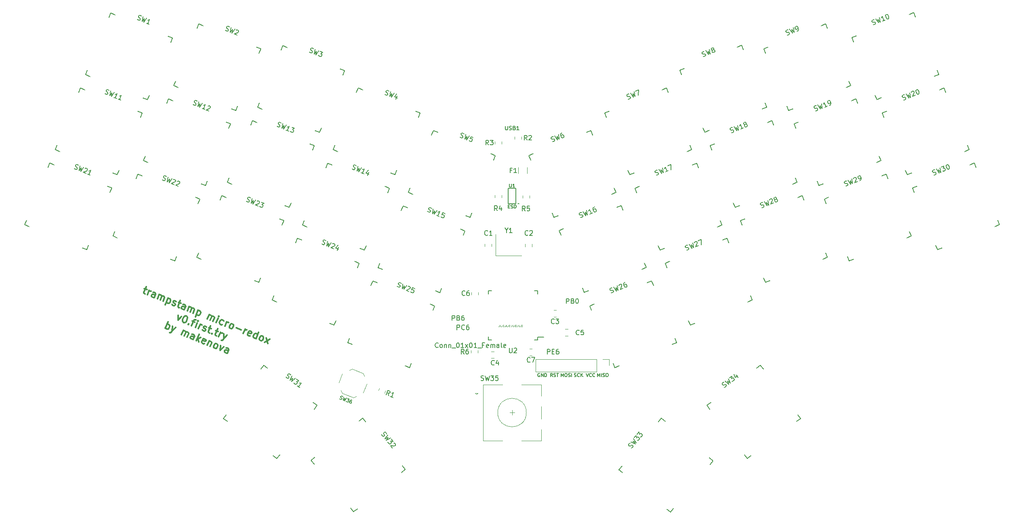
<source format=gbr>
G04 #@! TF.GenerationSoftware,KiCad,Pcbnew,(5.1.9-0-10_14)*
G04 #@! TF.CreationDate,2021-02-04T04:11:51-06:00*
G04 #@! TF.ProjectId,micro_redox_semi_split,6d696372-6f5f-4726-9564-6f785f73656d,rev?*
G04 #@! TF.SameCoordinates,Original*
G04 #@! TF.FileFunction,Legend,Top*
G04 #@! TF.FilePolarity,Positive*
%FSLAX46Y46*%
G04 Gerber Fmt 4.6, Leading zero omitted, Abs format (unit mm)*
G04 Created by KiCad (PCBNEW (5.1.9-0-10_14)) date 2021-02-04 04:11:51*
%MOMM*%
%LPD*%
G01*
G04 APERTURE LIST*
%ADD10C,0.050000*%
%ADD11C,0.300000*%
%ADD12C,0.150000*%
%ADD13C,0.120000*%
%ADD14C,0.200000*%
G04 APERTURE END LIST*
D10*
X133834476Y-106134714D02*
X133834476Y-106349000D01*
X133810666Y-106391857D01*
X133763047Y-106420428D01*
X133691619Y-106434714D01*
X133644000Y-106434714D01*
X134310666Y-106434714D02*
X134072571Y-106434714D01*
X134072571Y-106134714D01*
X134763047Y-106406142D02*
X134739238Y-106420428D01*
X134667809Y-106434714D01*
X134620190Y-106434714D01*
X134548761Y-106420428D01*
X134501142Y-106391857D01*
X134477333Y-106363285D01*
X134453523Y-106306142D01*
X134453523Y-106263285D01*
X134477333Y-106206142D01*
X134501142Y-106177571D01*
X134548761Y-106149000D01*
X134620190Y-106134714D01*
X134667809Y-106134714D01*
X134739238Y-106149000D01*
X134763047Y-106163285D01*
X135120190Y-106134714D02*
X135120190Y-106349000D01*
X135096380Y-106391857D01*
X135048761Y-106420428D01*
X134977333Y-106434714D01*
X134929714Y-106434714D01*
X135596380Y-106434714D02*
X135358285Y-106434714D01*
X135358285Y-106134714D01*
X136048761Y-106406142D02*
X136024952Y-106420428D01*
X135953523Y-106434714D01*
X135905904Y-106434714D01*
X135834476Y-106420428D01*
X135786857Y-106391857D01*
X135763047Y-106363285D01*
X135739238Y-106306142D01*
X135739238Y-106263285D01*
X135763047Y-106206142D01*
X135786857Y-106177571D01*
X135834476Y-106149000D01*
X135905904Y-106134714D01*
X135953523Y-106134714D01*
X136024952Y-106149000D01*
X136048761Y-106163285D01*
X136405904Y-106134714D02*
X136405904Y-106349000D01*
X136382095Y-106391857D01*
X136334476Y-106420428D01*
X136263047Y-106434714D01*
X136215428Y-106434714D01*
X136882095Y-106434714D02*
X136644000Y-106434714D01*
X136644000Y-106134714D01*
X137334476Y-106406142D02*
X137310666Y-106420428D01*
X137239238Y-106434714D01*
X137191619Y-106434714D01*
X137120190Y-106420428D01*
X137072571Y-106391857D01*
X137048761Y-106363285D01*
X137024952Y-106306142D01*
X137024952Y-106263285D01*
X137048761Y-106206142D01*
X137072571Y-106177571D01*
X137120190Y-106149000D01*
X137191619Y-106134714D01*
X137239238Y-106134714D01*
X137310666Y-106149000D01*
X137334476Y-106163285D01*
X137691619Y-106134714D02*
X137691619Y-106349000D01*
X137667809Y-106391857D01*
X137620190Y-106420428D01*
X137548761Y-106434714D01*
X137501142Y-106434714D01*
X138167809Y-106434714D02*
X137929714Y-106434714D01*
X137929714Y-106134714D01*
X138620190Y-106406142D02*
X138596380Y-106420428D01*
X138524952Y-106434714D01*
X138477333Y-106434714D01*
X138405904Y-106420428D01*
X138358285Y-106391857D01*
X138334476Y-106363285D01*
X138310666Y-106306142D01*
X138310666Y-106263285D01*
X138334476Y-106206142D01*
X138358285Y-106177571D01*
X138405904Y-106149000D01*
X138477333Y-106134714D01*
X138524952Y-106134714D01*
X138596380Y-106149000D01*
X138620190Y-106163285D01*
D11*
X59396575Y-98459918D02*
X59926394Y-98673979D01*
X59782560Y-98076599D02*
X59300923Y-99268692D01*
X59313635Y-99427905D01*
X59419332Y-99547648D01*
X59551787Y-99601163D01*
X60015379Y-99788466D02*
X60389986Y-98861282D01*
X60282955Y-99126192D02*
X60402698Y-99020495D01*
X60495683Y-98981025D01*
X60654895Y-98968313D01*
X60787350Y-99021828D01*
X61472382Y-100377134D02*
X61766716Y-99648632D01*
X61754004Y-99489419D01*
X61648307Y-99369677D01*
X61383397Y-99262646D01*
X61224185Y-99275359D01*
X61499140Y-100310906D02*
X61339928Y-100323618D01*
X61008790Y-100189830D01*
X60903093Y-100070088D01*
X60890381Y-99910875D01*
X60943896Y-99778420D01*
X61063639Y-99672723D01*
X61222851Y-99660011D01*
X61553988Y-99793799D01*
X61713201Y-99781087D01*
X62134657Y-100644710D02*
X62509263Y-99717526D01*
X62455748Y-99849981D02*
X62548733Y-99810511D01*
X62707945Y-99797799D01*
X62906628Y-99878072D01*
X63012325Y-99997814D01*
X63025037Y-100157027D01*
X62730703Y-100885528D01*
X63025037Y-100157027D02*
X63144780Y-100051329D01*
X63303992Y-100038617D01*
X63502674Y-100118890D01*
X63608372Y-100238633D01*
X63621084Y-100397845D01*
X63326750Y-101126347D01*
X64363631Y-100466739D02*
X63801721Y-101857515D01*
X64336873Y-100532966D02*
X64496086Y-100520254D01*
X64760995Y-100627285D01*
X64866693Y-100747027D01*
X64906162Y-100840012D01*
X64918875Y-100999225D01*
X64758329Y-101396589D01*
X64638586Y-101502287D01*
X64545601Y-101541756D01*
X64386389Y-101554469D01*
X64121479Y-101447438D01*
X64015782Y-101327695D01*
X65207875Y-101809332D02*
X65313573Y-101929075D01*
X65578482Y-102036106D01*
X65737695Y-102023393D01*
X65857437Y-101917696D01*
X65884195Y-101851469D01*
X65871483Y-101692256D01*
X65765786Y-101572514D01*
X65567103Y-101492241D01*
X65461406Y-101372498D01*
X65448694Y-101213286D01*
X65475452Y-101147058D01*
X65595194Y-101041361D01*
X65754407Y-101028649D01*
X65953089Y-101108922D01*
X66058786Y-101228664D01*
X66549136Y-101349740D02*
X67078955Y-101563801D01*
X66935121Y-100966421D02*
X66453484Y-102158515D01*
X66466196Y-102317727D01*
X66571894Y-102437470D01*
X66704348Y-102490985D01*
X67763987Y-102919107D02*
X68058321Y-102190605D01*
X68045609Y-102031393D01*
X67939911Y-101911650D01*
X67675002Y-101804620D01*
X67515789Y-101817332D01*
X67790745Y-102852879D02*
X67631532Y-102865592D01*
X67300395Y-102731804D01*
X67194698Y-102612061D01*
X67181986Y-102452848D01*
X67235501Y-102320394D01*
X67355244Y-102214696D01*
X67514456Y-102201984D01*
X67845593Y-102335772D01*
X68004806Y-102323060D01*
X68426261Y-103186683D02*
X68800868Y-102259499D01*
X68747353Y-102391954D02*
X68840338Y-102352484D01*
X68999550Y-102339772D01*
X69198232Y-102420045D01*
X69303930Y-102539787D01*
X69316642Y-102699000D01*
X69022308Y-103427502D01*
X69316642Y-102699000D02*
X69436384Y-102593303D01*
X69595597Y-102580590D01*
X69794279Y-102660863D01*
X69899976Y-102780606D01*
X69912689Y-102939818D01*
X69618355Y-103668320D01*
X70655236Y-103008712D02*
X70093326Y-104399488D01*
X70628478Y-103074940D02*
X70787690Y-103062228D01*
X71052600Y-103169258D01*
X71158297Y-103289001D01*
X71197767Y-103381986D01*
X71210479Y-103541198D01*
X71049934Y-103938563D01*
X70930191Y-104044260D01*
X70837206Y-104083730D01*
X70677994Y-104096442D01*
X70413084Y-103989411D01*
X70307387Y-103869669D01*
X72598589Y-104872413D02*
X72973195Y-103945229D01*
X72919680Y-104077684D02*
X73012665Y-104038214D01*
X73171878Y-104025502D01*
X73370560Y-104105774D01*
X73476257Y-104225517D01*
X73488969Y-104384730D01*
X73194635Y-105113231D01*
X73488969Y-104384730D02*
X73608712Y-104279032D01*
X73767924Y-104266320D01*
X73966607Y-104346593D01*
X74072304Y-104466336D01*
X74085016Y-104625548D01*
X73790682Y-105354050D01*
X74452956Y-105621626D02*
X74827563Y-104694442D01*
X75014866Y-104230850D02*
X74921881Y-104270320D01*
X74961351Y-104363305D01*
X75054336Y-104323835D01*
X75014866Y-104230850D01*
X74961351Y-104363305D01*
X75738035Y-106063793D02*
X75578822Y-106076505D01*
X75313913Y-105969475D01*
X75208216Y-105849732D01*
X75168746Y-105756747D01*
X75156034Y-105597535D01*
X75316579Y-105200170D01*
X75436322Y-105094473D01*
X75529307Y-105055003D01*
X75688519Y-105042291D01*
X75953429Y-105149321D01*
X76059126Y-105269064D01*
X76307324Y-106370839D02*
X76681931Y-105443655D01*
X76574900Y-105708565D02*
X76694643Y-105602868D01*
X76787628Y-105563398D01*
X76946840Y-105550686D01*
X77079295Y-105604201D01*
X77366963Y-106798961D02*
X77261266Y-106679218D01*
X77221796Y-106586233D01*
X77209084Y-106427021D01*
X77369629Y-106029656D01*
X77489372Y-105923959D01*
X77582357Y-105884489D01*
X77741569Y-105871777D01*
X77940252Y-105952050D01*
X78045949Y-106071792D01*
X78085419Y-106164778D01*
X78098131Y-106323990D01*
X77937585Y-106721354D01*
X77817843Y-106827052D01*
X77724857Y-106866522D01*
X77565645Y-106879234D01*
X77366963Y-106798961D01*
X78640662Y-106697263D02*
X79700301Y-107125385D01*
X80148514Y-107922781D02*
X80523121Y-106995597D01*
X80416090Y-107260506D02*
X80535833Y-107154809D01*
X80628818Y-107115339D01*
X80788031Y-107102627D01*
X80920485Y-107156142D01*
X81566048Y-108418463D02*
X81406835Y-108431175D01*
X81141926Y-108324145D01*
X81036228Y-108204402D01*
X81023516Y-108045190D01*
X81237577Y-107515370D01*
X81357320Y-107409673D01*
X81516532Y-107396961D01*
X81781442Y-107503991D01*
X81887139Y-107623734D01*
X81899851Y-107782947D01*
X81846336Y-107915401D01*
X81130547Y-107780280D01*
X82797611Y-108993085D02*
X83359521Y-107602309D01*
X82824369Y-108926858D02*
X82665156Y-108939570D01*
X82400247Y-108832540D01*
X82294549Y-108712797D01*
X82255080Y-108619812D01*
X82242367Y-108460599D01*
X82402913Y-108063235D01*
X82522656Y-107957538D01*
X82615641Y-107918068D01*
X82774853Y-107905356D01*
X83039763Y-108012386D01*
X83145460Y-108132129D01*
X83658568Y-109340934D02*
X83552870Y-109221192D01*
X83513400Y-109128206D01*
X83500688Y-108968994D01*
X83661234Y-108571630D01*
X83780977Y-108465932D01*
X83873962Y-108426462D01*
X84033174Y-108413750D01*
X84231856Y-108494023D01*
X84337554Y-108613766D01*
X84377023Y-108706751D01*
X84389736Y-108865963D01*
X84229190Y-109263328D01*
X84109447Y-109369025D01*
X84016462Y-109408495D01*
X83857250Y-109421207D01*
X83658568Y-109340934D01*
X84585751Y-109715541D02*
X85688860Y-109082691D01*
X84960358Y-108788357D02*
X85314253Y-110009875D01*
X66487959Y-104075287D02*
X66444489Y-105136259D01*
X67150233Y-104342863D01*
X68132265Y-104200363D02*
X68264720Y-104253878D01*
X68370417Y-104373620D01*
X68409887Y-104466606D01*
X68422599Y-104625818D01*
X68381796Y-104917485D01*
X68248008Y-105248622D01*
X68074750Y-105486774D01*
X67955008Y-105592472D01*
X67862023Y-105631941D01*
X67702810Y-105644654D01*
X67570355Y-105591138D01*
X67464658Y-105471396D01*
X67425188Y-105378411D01*
X67412476Y-105219198D01*
X67453279Y-104927531D01*
X67587067Y-104596394D01*
X67760325Y-104358242D01*
X67880068Y-104252545D01*
X67973053Y-104213075D01*
X68132265Y-104200363D01*
X68683509Y-105886805D02*
X68722979Y-105979790D01*
X68629994Y-106019260D01*
X68590524Y-105926275D01*
X68683509Y-105886805D01*
X68629994Y-106019260D01*
X69468193Y-105279380D02*
X69998012Y-105493441D01*
X69292268Y-106286836D02*
X69773905Y-105094743D01*
X69893648Y-104989046D01*
X70052860Y-104976333D01*
X70185315Y-105029849D01*
X70086997Y-106607928D02*
X70461604Y-105680744D01*
X70648907Y-105217152D02*
X70555922Y-105256622D01*
X70595392Y-105349607D01*
X70688377Y-105310137D01*
X70648907Y-105217152D01*
X70595392Y-105349607D01*
X70749272Y-106875504D02*
X71123878Y-105948320D01*
X71016848Y-106213230D02*
X71136590Y-106107532D01*
X71229575Y-106068063D01*
X71388788Y-106055350D01*
X71521243Y-106108866D01*
X71570758Y-107130368D02*
X71676455Y-107250110D01*
X71941365Y-107357141D01*
X72100578Y-107344429D01*
X72220320Y-107238732D01*
X72247078Y-107172504D01*
X72234366Y-107013292D01*
X72128668Y-106893549D01*
X71929986Y-106813276D01*
X71824289Y-106693534D01*
X71811577Y-106534321D01*
X71838334Y-106468094D01*
X71958077Y-106362396D01*
X72117289Y-106349684D01*
X72315972Y-106429957D01*
X72421669Y-106549700D01*
X72912018Y-106670776D02*
X73441838Y-106884836D01*
X73298004Y-106287457D02*
X72816367Y-107479550D01*
X72829079Y-107638762D01*
X72934776Y-107758505D01*
X73067231Y-107812020D01*
X73584338Y-107866869D02*
X73623808Y-107959854D01*
X73530823Y-107999324D01*
X73491353Y-107906339D01*
X73584338Y-107866869D01*
X73530823Y-107999324D01*
X74369022Y-107259443D02*
X74898841Y-107473504D01*
X74755007Y-106876124D02*
X74273370Y-108068218D01*
X74286082Y-108227430D01*
X74391780Y-108347173D01*
X74524234Y-108400688D01*
X74987826Y-108587991D02*
X75362433Y-107660807D01*
X75255402Y-107925717D02*
X75375145Y-107820020D01*
X75468130Y-107780550D01*
X75627343Y-107767838D01*
X75759797Y-107821353D01*
X76090934Y-107955141D02*
X76047465Y-109016113D01*
X76753209Y-108222717D02*
X76047465Y-109016113D01*
X75781222Y-109293735D01*
X75688237Y-109333205D01*
X75529025Y-109345917D01*
X63800443Y-106818259D02*
X64362353Y-105427483D01*
X64148292Y-105957302D02*
X64307505Y-105944590D01*
X64572414Y-106051621D01*
X64678112Y-106171363D01*
X64717581Y-106264348D01*
X64730294Y-106423561D01*
X64569748Y-106820925D01*
X64450005Y-106926623D01*
X64357020Y-106966092D01*
X64197808Y-106978805D01*
X63932898Y-106871774D01*
X63827201Y-106752031D01*
X65300916Y-106345954D02*
X65257446Y-107406926D01*
X65963190Y-106613531D02*
X65257446Y-107406926D01*
X64991203Y-107684548D01*
X64898218Y-107724018D01*
X64739006Y-107736730D01*
X67178042Y-108182897D02*
X67552648Y-107255713D01*
X67499133Y-107388168D02*
X67592118Y-107348698D01*
X67751330Y-107335986D01*
X67950013Y-107416259D01*
X68055710Y-107536002D01*
X68068422Y-107695214D01*
X67774088Y-108423716D01*
X68068422Y-107695214D02*
X68188165Y-107589517D01*
X68347377Y-107576805D01*
X68546059Y-107657077D01*
X68651757Y-107776820D01*
X68664469Y-107936033D01*
X68370135Y-108664534D01*
X69628456Y-109172929D02*
X69922790Y-108444427D01*
X69910078Y-108285215D01*
X69804380Y-108165472D01*
X69539471Y-108058442D01*
X69380258Y-108071154D01*
X69655214Y-109106701D02*
X69496001Y-109119414D01*
X69164864Y-108985626D01*
X69059167Y-108865883D01*
X69046455Y-108706670D01*
X69099970Y-108574216D01*
X69219713Y-108468518D01*
X69378925Y-108455806D01*
X69710062Y-108589594D01*
X69869275Y-108576882D01*
X70290730Y-109440505D02*
X70852640Y-108049729D01*
X70637246Y-108964201D02*
X70820550Y-109654566D01*
X71195156Y-108727382D02*
X70451276Y-109043140D01*
X71973173Y-110043218D02*
X71813961Y-110055930D01*
X71549051Y-109948900D01*
X71443354Y-109829157D01*
X71430642Y-109669945D01*
X71644703Y-109140125D01*
X71764445Y-109034428D01*
X71923658Y-109021716D01*
X72188567Y-109128746D01*
X72294265Y-109248489D01*
X72306977Y-109407701D01*
X72253462Y-109540156D01*
X71537672Y-109405035D01*
X72983296Y-109449838D02*
X72608690Y-110377021D01*
X72929781Y-109582292D02*
X73022766Y-109542823D01*
X73181979Y-109530110D01*
X73380661Y-109610383D01*
X73486358Y-109730126D01*
X73499070Y-109889338D01*
X73204737Y-110617840D01*
X74065693Y-110965689D02*
X73959996Y-110845946D01*
X73920526Y-110752961D01*
X73907814Y-110593749D01*
X74068359Y-110196384D01*
X74188102Y-110090687D01*
X74281087Y-110051217D01*
X74440300Y-110038505D01*
X74638982Y-110118778D01*
X74744679Y-110238521D01*
X74784149Y-110331506D01*
X74796861Y-110490718D01*
X74636315Y-110888083D01*
X74516573Y-110993780D01*
X74423588Y-111033250D01*
X74264375Y-111045962D01*
X74065693Y-110965689D01*
X75367483Y-110413112D02*
X75324014Y-111474084D01*
X76029758Y-110680688D01*
X76781017Y-112062751D02*
X77075351Y-111334250D01*
X77062639Y-111175037D01*
X76956941Y-111055294D01*
X76692032Y-110948264D01*
X76532819Y-110960976D01*
X76807775Y-111996524D02*
X76648562Y-112009236D01*
X76317425Y-111875448D01*
X76211728Y-111755705D01*
X76199016Y-111596493D01*
X76252531Y-111464038D01*
X76372274Y-111358341D01*
X76531486Y-111345628D01*
X76862623Y-111479417D01*
X77021836Y-111466704D01*
D12*
X195935441Y-64795541D02*
X195560835Y-63868357D01*
X200805327Y-76848931D02*
X201732511Y-76474325D01*
X196488019Y-63493751D02*
X195560835Y-63868357D01*
X200805327Y-76848931D02*
X200430721Y-75921747D01*
X213411295Y-70677255D02*
X213785901Y-71604439D01*
X208541409Y-58623865D02*
X207614225Y-58998471D01*
X212858717Y-71979045D02*
X213785901Y-71604439D01*
X208541409Y-58623865D02*
X208916015Y-59551049D01*
D13*
X139474365Y-124505398D02*
G75*
G03*
X139474365Y-124505398I-3000000J0D01*
G01*
X138474365Y-118605398D02*
X142574365Y-118605398D01*
X142574365Y-130405398D02*
X138474365Y-130405398D01*
X134474365Y-130405398D02*
X130374365Y-130405398D01*
X134474365Y-118605398D02*
X130374365Y-118605398D01*
X130374365Y-118605398D02*
X130374365Y-130405398D01*
X128974365Y-120705398D02*
X128674365Y-120405398D01*
X128674365Y-120405398D02*
X129274365Y-120405398D01*
X129274365Y-120405398D02*
X128974365Y-120705398D01*
X142574365Y-118605398D02*
X142574365Y-121005398D01*
X142574365Y-123205398D02*
X142574365Y-125805398D01*
X142574365Y-128005398D02*
X142574365Y-130405398D01*
X136474365Y-124005398D02*
X136474365Y-125005398D01*
X135974365Y-124505398D02*
X136974365Y-124505398D01*
X133075868Y-87076399D02*
X133075868Y-91576399D01*
X133075868Y-91576399D02*
X138475868Y-91576399D01*
D12*
X141839865Y-109233399D02*
X141839865Y-108658399D01*
X131489865Y-109233399D02*
X131489865Y-108558399D01*
X131489865Y-98883399D02*
X131489865Y-99558399D01*
X141839865Y-98883399D02*
X141839865Y-99558399D01*
X141839865Y-109233399D02*
X141164865Y-109233399D01*
X141839865Y-98883399D02*
X141164865Y-98883399D01*
X131489865Y-98883399D02*
X132164865Y-98883399D01*
X131489865Y-109233399D02*
X132164865Y-109233399D01*
X141839865Y-108658399D02*
X143114865Y-108658399D01*
X137274362Y-77439400D02*
X137274362Y-80639400D01*
X135674362Y-77439400D02*
X135674362Y-80639400D01*
X135674362Y-80639400D02*
X137274362Y-80639400D01*
X137674362Y-80639400D02*
X137974362Y-80639400D01*
X135674362Y-77439400D02*
X137274362Y-77439400D01*
D13*
X105511177Y-116850206D02*
X105262517Y-116264401D01*
X102358752Y-115576544D02*
X102944557Y-115327884D01*
X100635561Y-119841590D02*
X100884221Y-120427395D01*
X103787986Y-121115252D02*
X103202181Y-121363912D01*
X100149007Y-118242914D02*
X100898220Y-116388546D01*
X105262517Y-116264401D02*
X102944557Y-115327884D01*
X105248518Y-120303250D02*
X105997731Y-118448882D01*
X103202181Y-121363912D02*
X100884221Y-120427395D01*
X127884385Y-111985829D02*
X127884385Y-111463325D01*
X129304385Y-111985829D02*
X129304385Y-111463325D01*
X140105365Y-78905148D02*
X140105365Y-79427652D01*
X138685365Y-78905148D02*
X138685365Y-79427652D01*
X132843369Y-79364147D02*
X132843369Y-78841643D01*
X134263369Y-79364147D02*
X134263369Y-78841643D01*
X132906866Y-68124653D02*
X132906866Y-67602149D01*
X134326866Y-68124653D02*
X134326866Y-67602149D01*
X137034365Y-67108651D02*
X137034365Y-66586147D01*
X138454365Y-67108651D02*
X138454365Y-66586147D01*
X109953066Y-119908069D02*
X109757333Y-120392526D01*
X108636465Y-119376128D02*
X108440732Y-119860585D01*
X141452841Y-113284811D02*
X141452841Y-115944811D01*
X141452841Y-115944811D02*
X154212841Y-115944811D01*
X154212841Y-115944811D02*
X154212841Y-113284811D01*
X154212841Y-113284811D02*
X141452841Y-113284811D01*
X155482841Y-113284811D02*
X156812841Y-113284811D01*
X156812841Y-113284811D02*
X156812841Y-114614811D01*
X137786869Y-74243958D02*
X137786869Y-73039830D01*
X139606869Y-74243958D02*
X139606869Y-73039830D01*
X140680825Y-112538156D02*
X140158321Y-112538156D01*
X140680825Y-111118156D02*
X140158321Y-111118156D01*
X127942303Y-99757755D02*
X127942303Y-99235251D01*
X129362303Y-99757755D02*
X129362303Y-99235251D01*
X147631551Y-106978002D02*
X148154055Y-106978002D01*
X147631551Y-108398002D02*
X148154055Y-108398002D01*
X132137551Y-111677001D02*
X132660055Y-111677001D01*
X132137551Y-113097001D02*
X132660055Y-113097001D01*
X145224133Y-104433577D02*
X145746637Y-104433577D01*
X145224133Y-103013577D02*
X145746637Y-103013577D01*
X140676867Y-89128647D02*
X140676867Y-89651151D01*
X139256867Y-89128647D02*
X139256867Y-89651151D01*
X130747870Y-89587650D02*
X130747870Y-89065146D01*
X132167870Y-89587650D02*
X132167870Y-89065146D01*
D12*
X177946030Y-123799292D02*
X177344215Y-123000657D01*
X185769626Y-134181554D02*
X186568261Y-133579739D01*
X178142851Y-122398842D02*
X177344215Y-123000657D01*
X185769626Y-134181554D02*
X185167811Y-133382918D01*
X196348708Y-124957508D02*
X196950523Y-125756143D01*
X188525112Y-114575246D02*
X187726477Y-115177061D01*
X196151887Y-126357958D02*
X196950523Y-125756143D01*
X188525112Y-114575246D02*
X189126927Y-115373882D01*
X159650070Y-137139300D02*
X158878445Y-136503222D01*
X169681190Y-145408317D02*
X170317268Y-144636692D01*
X159514524Y-135731597D02*
X158878445Y-136503222D01*
X169681190Y-145408317D02*
X168909565Y-144772238D01*
X177814660Y-133969494D02*
X178586285Y-134605572D01*
X167783540Y-125700477D02*
X167147462Y-126472102D01*
X177950206Y-135377197D02*
X178586285Y-134605572D01*
X167783540Y-125700477D02*
X168555165Y-126336556D01*
X104393569Y-126273059D02*
X105165194Y-125636980D01*
X94362449Y-134542075D02*
X94998528Y-135313700D01*
X105801272Y-126408605D02*
X105165194Y-125636980D01*
X94362449Y-134542075D02*
X95134074Y-133905997D01*
X104039169Y-144708741D02*
X103267544Y-145344820D01*
X114070289Y-136439725D02*
X113434210Y-135668100D01*
X102631466Y-144573195D02*
X103267544Y-145344820D01*
X114070289Y-136439725D02*
X113298664Y-137075803D01*
X83821807Y-115373879D02*
X84423622Y-114575243D01*
X75998211Y-125756140D02*
X76796847Y-126357955D01*
X85222257Y-115177058D02*
X84423622Y-114575243D01*
X75998211Y-125756140D02*
X76600026Y-124957505D01*
X87780923Y-133382915D02*
X87179108Y-134181551D01*
X95604519Y-123000654D02*
X94805883Y-122398839D01*
X86380473Y-133579736D02*
X87179108Y-134181551D01*
X95604519Y-123000654D02*
X95002704Y-123799289D01*
X220763939Y-78257540D02*
X220389333Y-77330356D01*
X225633825Y-90310930D02*
X226561009Y-89936324D01*
X221316517Y-76955750D02*
X220389333Y-77330356D01*
X225633825Y-90310930D02*
X225259219Y-89383746D01*
X238239793Y-84139254D02*
X238614399Y-85066438D01*
X233369907Y-72085864D02*
X232442723Y-72460470D01*
X237687215Y-85441044D02*
X238614399Y-85066438D01*
X233369907Y-72085864D02*
X233744513Y-73013048D01*
X202285438Y-80607043D02*
X201910832Y-79679859D01*
X207155324Y-92660433D02*
X208082508Y-92285827D01*
X202838016Y-79305253D02*
X201910832Y-79679859D01*
X207155324Y-92660433D02*
X206780718Y-91733249D01*
X219761292Y-86488757D02*
X220135898Y-87415941D01*
X214891406Y-74435367D02*
X213964222Y-74809973D01*
X219208714Y-87790547D02*
X220135898Y-87415941D01*
X214891406Y-74435367D02*
X215266012Y-75362551D01*
X184695940Y-85115541D02*
X184321334Y-84188357D01*
X189565826Y-97168931D02*
X190493010Y-96794325D01*
X185248518Y-83813751D02*
X184321334Y-84188357D01*
X189565826Y-97168931D02*
X189191220Y-96241747D01*
X202171794Y-90997255D02*
X202546400Y-91924439D01*
X197301908Y-78943865D02*
X196374724Y-79318471D01*
X201619216Y-92299045D02*
X202546400Y-91924439D01*
X197301908Y-78943865D02*
X197676514Y-79871049D01*
X168947939Y-94069045D02*
X168573333Y-93141861D01*
X173817825Y-106122435D02*
X174745009Y-105747829D01*
X169500517Y-92767255D02*
X168573333Y-93141861D01*
X173817825Y-106122435D02*
X173443219Y-105195251D01*
X186423793Y-99950759D02*
X186798399Y-100877943D01*
X181553907Y-87897369D02*
X180626723Y-88271975D01*
X185871215Y-101252549D02*
X186798399Y-100877943D01*
X181553907Y-87897369D02*
X181928513Y-88824553D01*
X153136440Y-103022540D02*
X152761834Y-102095356D01*
X158006326Y-115075930D02*
X158933510Y-114701324D01*
X153689018Y-101720750D02*
X152761834Y-102095356D01*
X158006326Y-115075930D02*
X157631720Y-114148746D01*
X170612294Y-108904254D02*
X170986900Y-109831438D01*
X165742408Y-96850864D02*
X164815224Y-97225470D01*
X170059716Y-110206044D02*
X170986900Y-109831438D01*
X165742408Y-96850864D02*
X166117014Y-97778048D01*
X106895223Y-97778049D02*
X107269829Y-96850865D01*
X102025337Y-109831439D02*
X102952521Y-110206045D01*
X108197013Y-97225471D02*
X107269829Y-96850865D01*
X102025337Y-109831439D02*
X102399943Y-108904255D01*
X115380517Y-114148747D02*
X115005911Y-115075931D01*
X120250403Y-102095357D02*
X119323219Y-101720751D01*
X114078727Y-114701325D02*
X115005911Y-115075931D01*
X120250403Y-102095357D02*
X119875797Y-103022541D01*
X91083721Y-88824547D02*
X91458327Y-87897363D01*
X86213835Y-100877937D02*
X87141019Y-101252543D01*
X92385511Y-88271969D02*
X91458327Y-87897363D01*
X86213835Y-100877937D02*
X86588441Y-99950753D01*
X99569015Y-105195245D02*
X99194409Y-106122429D01*
X104438901Y-93141855D02*
X103511717Y-92767249D01*
X98267225Y-105747823D02*
X99194409Y-106122429D01*
X104438901Y-93141855D02*
X104064295Y-94069039D01*
X75272221Y-79871048D02*
X75646827Y-78943864D01*
X70402335Y-91924438D02*
X71329519Y-92299044D01*
X76574011Y-79318470D02*
X75646827Y-78943864D01*
X70402335Y-91924438D02*
X70776941Y-90997254D01*
X83757515Y-96241746D02*
X83382909Y-97168930D01*
X88627401Y-84188356D02*
X87700217Y-83813750D01*
X82455725Y-96794324D02*
X83382909Y-97168930D01*
X88627401Y-84188356D02*
X88252795Y-85115540D01*
X57682724Y-75362551D02*
X58057330Y-74435367D01*
X52812838Y-87415941D02*
X53740022Y-87790547D01*
X58984514Y-74809973D02*
X58057330Y-74435367D01*
X52812838Y-87415941D02*
X53187444Y-86488757D01*
X66168018Y-91733249D02*
X65793412Y-92660433D01*
X71037904Y-79679859D02*
X70110720Y-79305253D01*
X64866228Y-92285827D02*
X65793412Y-92660433D01*
X71037904Y-79679859D02*
X70663298Y-80607043D01*
X39204217Y-73013054D02*
X39578823Y-72085870D01*
X34334331Y-85066444D02*
X35261515Y-85441050D01*
X40506007Y-72460476D02*
X39578823Y-72085870D01*
X34334331Y-85066444D02*
X34708937Y-84139260D01*
X47689511Y-89383752D02*
X47314905Y-90310936D01*
X52559397Y-77330362D02*
X51632213Y-76955756D01*
X46387721Y-89936330D02*
X47314905Y-90310936D01*
X52559397Y-77330362D02*
X52184791Y-78257546D01*
X214413941Y-62509539D02*
X214039335Y-61582355D01*
X219283827Y-74562929D02*
X220211011Y-74188323D01*
X214966519Y-61207749D02*
X214039335Y-61582355D01*
X219283827Y-74562929D02*
X218909221Y-73635745D01*
X231889795Y-68391253D02*
X232264401Y-69318437D01*
X227019909Y-56337863D02*
X226092725Y-56712469D01*
X231337217Y-69693043D02*
X232264401Y-69318437D01*
X227019909Y-56337863D02*
X227394515Y-57265047D01*
X178345940Y-69367542D02*
X177971334Y-68440358D01*
X183215826Y-81420932D02*
X184143010Y-81046326D01*
X178898518Y-68065752D02*
X177971334Y-68440358D01*
X183215826Y-81420932D02*
X182841220Y-80493748D01*
X195821794Y-75249256D02*
X196196400Y-76176440D01*
X190951908Y-63195866D02*
X190024724Y-63570472D01*
X195269216Y-76551046D02*
X196196400Y-76176440D01*
X190951908Y-63195866D02*
X191326514Y-64123050D01*
X162597940Y-78321044D02*
X162223334Y-77393860D01*
X167467826Y-90374434D02*
X168395010Y-89999828D01*
X163150518Y-77019254D02*
X162223334Y-77393860D01*
X167467826Y-90374434D02*
X167093220Y-89447250D01*
X180073794Y-84202758D02*
X180448400Y-85129942D01*
X175203908Y-72149368D02*
X174276724Y-72523974D01*
X179521216Y-85504548D02*
X180448400Y-85129942D01*
X175203908Y-72149368D02*
X175578514Y-73076552D01*
X146722936Y-87211044D02*
X146348330Y-86283860D01*
X151592822Y-99264434D02*
X152520006Y-98889828D01*
X147275514Y-85909254D02*
X146348330Y-86283860D01*
X151592822Y-99264434D02*
X151218216Y-98337250D01*
X164198790Y-93092758D02*
X164573396Y-94019942D01*
X159328904Y-81039368D02*
X158401720Y-81413974D01*
X163646212Y-94394548D02*
X164573396Y-94019942D01*
X159328904Y-81039368D02*
X159703510Y-81966552D01*
X113245220Y-82030053D02*
X113619826Y-81102869D01*
X108375334Y-94083443D02*
X109302518Y-94458049D01*
X114547010Y-81477475D02*
X113619826Y-81102869D01*
X108375334Y-94083443D02*
X108749940Y-93156259D01*
X121730514Y-98400751D02*
X121355908Y-99327935D01*
X126600400Y-86347361D02*
X125673216Y-85972755D01*
X120428724Y-98953329D02*
X121355908Y-99327935D01*
X126600400Y-86347361D02*
X126225794Y-87274545D01*
X97433719Y-73076551D02*
X97808325Y-72149367D01*
X92563833Y-85129941D02*
X93491017Y-85504547D01*
X98735509Y-72523973D02*
X97808325Y-72149367D01*
X92563833Y-85129941D02*
X92938439Y-84202757D01*
X105919013Y-89447249D02*
X105544407Y-90374433D01*
X110788899Y-77393859D02*
X109861715Y-77019253D01*
X104617223Y-89999827D02*
X105544407Y-90374433D01*
X110788899Y-77393859D02*
X110414293Y-78321043D01*
X81685720Y-64123048D02*
X82060326Y-63195864D01*
X76815834Y-76176438D02*
X77743018Y-76551044D01*
X82987510Y-63570470D02*
X82060326Y-63195864D01*
X76815834Y-76176438D02*
X77190440Y-75249254D01*
X90171014Y-80493746D02*
X89796408Y-81420930D01*
X95040900Y-68440356D02*
X94113716Y-68065750D01*
X88869224Y-81046324D02*
X89796408Y-81420930D01*
X95040900Y-68440356D02*
X94666294Y-69367540D01*
X64096220Y-59551048D02*
X64470826Y-58623864D01*
X59226334Y-71604438D02*
X60153518Y-71979044D01*
X65398010Y-58998470D02*
X64470826Y-58623864D01*
X59226334Y-71604438D02*
X59600940Y-70677254D01*
X72581514Y-75921746D02*
X72206908Y-76848930D01*
X77451400Y-63868356D02*
X76524216Y-63493750D01*
X71279724Y-76474324D02*
X72206908Y-76848930D01*
X77451400Y-63868356D02*
X77076794Y-64795540D01*
X45617718Y-57265050D02*
X45992324Y-56337866D01*
X40747832Y-69318440D02*
X41675016Y-69693046D01*
X46919508Y-56712472D02*
X45992324Y-56337866D01*
X40747832Y-69318440D02*
X41122438Y-68391256D01*
X54103012Y-73635748D02*
X53728406Y-74562932D01*
X58972898Y-61582358D02*
X58045714Y-61207752D01*
X52801222Y-74188326D02*
X53728406Y-74562932D01*
X58972898Y-61582358D02*
X58598292Y-62509542D01*
X208063938Y-46698039D02*
X207689332Y-45770855D01*
X212933824Y-58751429D02*
X213861008Y-58376823D01*
X208616516Y-45396249D02*
X207689332Y-45770855D01*
X212933824Y-58751429D02*
X212559218Y-57824245D01*
X225539792Y-52579753D02*
X225914398Y-53506937D01*
X220669906Y-40526363D02*
X219742722Y-40900969D01*
X224987214Y-53881543D02*
X225914398Y-53506937D01*
X220669906Y-40526363D02*
X221044512Y-41453547D01*
X189585443Y-49047541D02*
X189210837Y-48120357D01*
X194455329Y-61100931D02*
X195382513Y-60726325D01*
X190138021Y-47745751D02*
X189210837Y-48120357D01*
X194455329Y-61100931D02*
X194080723Y-60173747D01*
X207061297Y-54929255D02*
X207435903Y-55856439D01*
X202191411Y-42875865D02*
X201264227Y-43250471D01*
X206508719Y-56231045D02*
X207435903Y-55856439D01*
X202191411Y-42875865D02*
X202566017Y-43803049D01*
X171995939Y-53556042D02*
X171621333Y-52628858D01*
X176865825Y-65609432D02*
X177793009Y-65234826D01*
X172548517Y-52254252D02*
X171621333Y-52628858D01*
X176865825Y-65609432D02*
X176491219Y-64682248D01*
X189471793Y-59437756D02*
X189846399Y-60364940D01*
X184601907Y-47384366D02*
X183674723Y-47758972D01*
X188919215Y-60739546D02*
X189846399Y-60364940D01*
X184601907Y-47384366D02*
X184976513Y-48311550D01*
X156247939Y-62509543D02*
X155873333Y-61582359D01*
X161117825Y-74562933D02*
X162045009Y-74188327D01*
X156800517Y-61207753D02*
X155873333Y-61582359D01*
X161117825Y-74562933D02*
X160743219Y-73635749D01*
X173723793Y-68391257D02*
X174098399Y-69318441D01*
X168853907Y-56337867D02*
X167926723Y-56712473D01*
X173171215Y-69693047D02*
X174098399Y-69318441D01*
X168853907Y-56337867D02*
X169228513Y-57265051D01*
X140372942Y-71463042D02*
X139998336Y-70535858D01*
X145242828Y-83516432D02*
X146170012Y-83141826D01*
X140925520Y-70161252D02*
X139998336Y-70535858D01*
X145242828Y-83516432D02*
X144868222Y-82589248D01*
X157848796Y-77344756D02*
X158223402Y-78271940D01*
X152978910Y-65291366D02*
X152051726Y-65665972D01*
X157296218Y-78646546D02*
X158223402Y-78271940D01*
X152978910Y-65291366D02*
X153353516Y-66218550D01*
X119595220Y-66218550D02*
X119969826Y-65291366D01*
X114725334Y-78271940D02*
X115652518Y-78646546D01*
X120897010Y-65665972D02*
X119969826Y-65291366D01*
X114725334Y-78271940D02*
X115099940Y-77344756D01*
X128080514Y-82589248D02*
X127705908Y-83516432D01*
X132950400Y-70535858D02*
X132023216Y-70161252D01*
X126778724Y-83141826D02*
X127705908Y-83516432D01*
X132950400Y-70535858D02*
X132575794Y-71463042D01*
X103847219Y-57265049D02*
X104221825Y-56337865D01*
X98977333Y-69318439D02*
X99904517Y-69693045D01*
X105149009Y-56712471D02*
X104221825Y-56337865D01*
X98977333Y-69318439D02*
X99351939Y-68391255D01*
X112332513Y-73635747D02*
X111957907Y-74562931D01*
X117202399Y-61582357D02*
X116275215Y-61207751D01*
X111030723Y-74188325D02*
X111957907Y-74562931D01*
X117202399Y-61582357D02*
X116827793Y-62509541D01*
X88035720Y-48375049D02*
X88410326Y-47447865D01*
X83165834Y-60428439D02*
X84093018Y-60803045D01*
X89337510Y-47822471D02*
X88410326Y-47447865D01*
X83165834Y-60428439D02*
X83540440Y-59501255D01*
X96521014Y-64745747D02*
X96146408Y-65672931D01*
X101390900Y-52692357D02*
X100463716Y-52317751D01*
X95219224Y-65298325D02*
X96146408Y-65672931D01*
X101390900Y-52692357D02*
X101016294Y-53619541D01*
X70446218Y-43803049D02*
X70820824Y-42875865D01*
X65576332Y-55856439D02*
X66503516Y-56231045D01*
X71748008Y-43250471D02*
X70820824Y-42875865D01*
X65576332Y-55856439D02*
X65950938Y-54929255D01*
X78931512Y-60173747D02*
X78556906Y-61100931D01*
X83801398Y-48120357D02*
X82874214Y-47745751D01*
X77629722Y-60726325D02*
X78556906Y-61100931D01*
X83801398Y-48120357D02*
X83426792Y-49047541D01*
X51967720Y-41517048D02*
X52342326Y-40589864D01*
X47097834Y-53570438D02*
X48025018Y-53945044D01*
X53269510Y-40964470D02*
X52342326Y-40589864D01*
X47097834Y-53570438D02*
X47472440Y-52643254D01*
X60453014Y-57887746D02*
X60078408Y-58814930D01*
X65322900Y-45834356D02*
X64395716Y-45459750D01*
X59151224Y-58440324D02*
X60078408Y-58814930D01*
X65322900Y-45834356D02*
X64948294Y-46761540D01*
D14*
X143864594Y-112217036D02*
X143864594Y-111217036D01*
X144245547Y-111217036D01*
X144340785Y-111264656D01*
X144388404Y-111312275D01*
X144436023Y-111407513D01*
X144436023Y-111550370D01*
X144388404Y-111645608D01*
X144340785Y-111693227D01*
X144245547Y-111740846D01*
X143864594Y-111740846D01*
X144864594Y-111693227D02*
X145197928Y-111693227D01*
X145340785Y-112217036D02*
X144864594Y-112217036D01*
X144864594Y-111217036D01*
X145340785Y-111217036D01*
X146197928Y-111217036D02*
X146007451Y-111217036D01*
X145912213Y-111264656D01*
X145864594Y-111312275D01*
X145769356Y-111455132D01*
X145721737Y-111645608D01*
X145721737Y-112026560D01*
X145769356Y-112121798D01*
X145816975Y-112169417D01*
X145912213Y-112217036D01*
X146102690Y-112217036D01*
X146197928Y-112169417D01*
X146245547Y-112121798D01*
X146293166Y-112026560D01*
X146293166Y-111788465D01*
X146245547Y-111693227D01*
X146197928Y-111645608D01*
X146102690Y-111597989D01*
X145912213Y-111597989D01*
X145816975Y-111645608D01*
X145769356Y-111693227D01*
X145721737Y-111788465D01*
X147866790Y-101572458D02*
X147866790Y-100572458D01*
X148247743Y-100572458D01*
X148342981Y-100620078D01*
X148390600Y-100667697D01*
X148438219Y-100762935D01*
X148438219Y-100905792D01*
X148390600Y-101001030D01*
X148342981Y-101048649D01*
X148247743Y-101096268D01*
X147866790Y-101096268D01*
X149200124Y-101048649D02*
X149342981Y-101096268D01*
X149390600Y-101143887D01*
X149438219Y-101239125D01*
X149438219Y-101381982D01*
X149390600Y-101477220D01*
X149342981Y-101524839D01*
X149247743Y-101572458D01*
X148866790Y-101572458D01*
X148866790Y-100572458D01*
X149200124Y-100572458D01*
X149295362Y-100620078D01*
X149342981Y-100667697D01*
X149390600Y-100762935D01*
X149390600Y-100858173D01*
X149342981Y-100953411D01*
X149295362Y-101001030D01*
X149200124Y-101048649D01*
X148866790Y-101048649D01*
X150057266Y-100572458D02*
X150152505Y-100572458D01*
X150247743Y-100620078D01*
X150295362Y-100667697D01*
X150342981Y-100762935D01*
X150390600Y-100953411D01*
X150390600Y-101191506D01*
X150342981Y-101381982D01*
X150295362Y-101477220D01*
X150247743Y-101524839D01*
X150152505Y-101572458D01*
X150057266Y-101572458D01*
X149962028Y-101524839D01*
X149914409Y-101477220D01*
X149866790Y-101381982D01*
X149819171Y-101191506D01*
X149819171Y-100953411D01*
X149866790Y-100762935D01*
X149914409Y-100667697D01*
X149962028Y-100620078D01*
X150057266Y-100572458D01*
X120983170Y-110748220D02*
X120935551Y-110795839D01*
X120792694Y-110843458D01*
X120697456Y-110843458D01*
X120554599Y-110795839D01*
X120459361Y-110700601D01*
X120411742Y-110605363D01*
X120364123Y-110414887D01*
X120364123Y-110272030D01*
X120411742Y-110081554D01*
X120459361Y-109986316D01*
X120554599Y-109891078D01*
X120697456Y-109843458D01*
X120792694Y-109843458D01*
X120935551Y-109891078D01*
X120983170Y-109938697D01*
X121554599Y-110843458D02*
X121459361Y-110795839D01*
X121411742Y-110748220D01*
X121364123Y-110652982D01*
X121364123Y-110367268D01*
X121411742Y-110272030D01*
X121459361Y-110224411D01*
X121554599Y-110176792D01*
X121697456Y-110176792D01*
X121792694Y-110224411D01*
X121840313Y-110272030D01*
X121887932Y-110367268D01*
X121887932Y-110652982D01*
X121840313Y-110748220D01*
X121792694Y-110795839D01*
X121697456Y-110843458D01*
X121554599Y-110843458D01*
X122316504Y-110176792D02*
X122316504Y-110843458D01*
X122316504Y-110272030D02*
X122364123Y-110224411D01*
X122459361Y-110176792D01*
X122602218Y-110176792D01*
X122697456Y-110224411D01*
X122745075Y-110319649D01*
X122745075Y-110843458D01*
X123221265Y-110176792D02*
X123221265Y-110843458D01*
X123221265Y-110272030D02*
X123268885Y-110224411D01*
X123364123Y-110176792D01*
X123506980Y-110176792D01*
X123602218Y-110224411D01*
X123649837Y-110319649D01*
X123649837Y-110843458D01*
X123887932Y-110938697D02*
X124649837Y-110938697D01*
X125078408Y-109843458D02*
X125173646Y-109843458D01*
X125268885Y-109891078D01*
X125316504Y-109938697D01*
X125364123Y-110033935D01*
X125411742Y-110224411D01*
X125411742Y-110462506D01*
X125364123Y-110652982D01*
X125316504Y-110748220D01*
X125268885Y-110795839D01*
X125173646Y-110843458D01*
X125078408Y-110843458D01*
X124983170Y-110795839D01*
X124935551Y-110748220D01*
X124887932Y-110652982D01*
X124840313Y-110462506D01*
X124840313Y-110224411D01*
X124887932Y-110033935D01*
X124935551Y-109938697D01*
X124983170Y-109891078D01*
X125078408Y-109843458D01*
X126364123Y-110843458D02*
X125792694Y-110843458D01*
X126078408Y-110843458D02*
X126078408Y-109843458D01*
X125983170Y-109986316D01*
X125887932Y-110081554D01*
X125792694Y-110129173D01*
X126697456Y-110843458D02*
X127221265Y-110176792D01*
X126697456Y-110176792D02*
X127221265Y-110843458D01*
X127792694Y-109843458D02*
X127887932Y-109843458D01*
X127983170Y-109891078D01*
X128030789Y-109938697D01*
X128078408Y-110033935D01*
X128126027Y-110224411D01*
X128126027Y-110462506D01*
X128078408Y-110652982D01*
X128030789Y-110748220D01*
X127983170Y-110795839D01*
X127887932Y-110843458D01*
X127792694Y-110843458D01*
X127697456Y-110795839D01*
X127649837Y-110748220D01*
X127602218Y-110652982D01*
X127554599Y-110462506D01*
X127554599Y-110224411D01*
X127602218Y-110033935D01*
X127649837Y-109938697D01*
X127697456Y-109891078D01*
X127792694Y-109843458D01*
X129078408Y-110843458D02*
X128506980Y-110843458D01*
X128792694Y-110843458D02*
X128792694Y-109843458D01*
X128697456Y-109986316D01*
X128602218Y-110081554D01*
X128506980Y-110129173D01*
X129268885Y-110938697D02*
X130030789Y-110938697D01*
X130602218Y-110319649D02*
X130268885Y-110319649D01*
X130268885Y-110843458D02*
X130268885Y-109843458D01*
X130745075Y-109843458D01*
X131506980Y-110795839D02*
X131411742Y-110843458D01*
X131221265Y-110843458D01*
X131126027Y-110795839D01*
X131078408Y-110700601D01*
X131078408Y-110319649D01*
X131126027Y-110224411D01*
X131221265Y-110176792D01*
X131411742Y-110176792D01*
X131506980Y-110224411D01*
X131554599Y-110319649D01*
X131554599Y-110414887D01*
X131078408Y-110510125D01*
X131983170Y-110843458D02*
X131983170Y-110176792D01*
X131983170Y-110272030D02*
X132030789Y-110224411D01*
X132126027Y-110176792D01*
X132268885Y-110176792D01*
X132364123Y-110224411D01*
X132411742Y-110319649D01*
X132411742Y-110843458D01*
X132411742Y-110319649D02*
X132459361Y-110224411D01*
X132554599Y-110176792D01*
X132697456Y-110176792D01*
X132792694Y-110224411D01*
X132840313Y-110319649D01*
X132840313Y-110843458D01*
X133745075Y-110843458D02*
X133745075Y-110319649D01*
X133697456Y-110224411D01*
X133602218Y-110176792D01*
X133411742Y-110176792D01*
X133316504Y-110224411D01*
X133745075Y-110795839D02*
X133649837Y-110843458D01*
X133411742Y-110843458D01*
X133316504Y-110795839D01*
X133268885Y-110700601D01*
X133268885Y-110605363D01*
X133316504Y-110510125D01*
X133411742Y-110462506D01*
X133649837Y-110462506D01*
X133745075Y-110414887D01*
X134364123Y-110843458D02*
X134268885Y-110795839D01*
X134221265Y-110700601D01*
X134221265Y-109843458D01*
X135126027Y-110795839D02*
X135030789Y-110843458D01*
X134840313Y-110843458D01*
X134745075Y-110795839D01*
X134697456Y-110700601D01*
X134697456Y-110319649D01*
X134745075Y-110224411D01*
X134840313Y-110176792D01*
X135030789Y-110176792D01*
X135126027Y-110224411D01*
X135173646Y-110319649D01*
X135173646Y-110414887D01*
X134697456Y-110510125D01*
X124943289Y-107096958D02*
X124943289Y-106096958D01*
X125324242Y-106096958D01*
X125419480Y-106144578D01*
X125467099Y-106192197D01*
X125514718Y-106287435D01*
X125514718Y-106430292D01*
X125467099Y-106525530D01*
X125419480Y-106573149D01*
X125324242Y-106620768D01*
X124943289Y-106620768D01*
X126514718Y-107001720D02*
X126467099Y-107049339D01*
X126324242Y-107096958D01*
X126229004Y-107096958D01*
X126086146Y-107049339D01*
X125990908Y-106954101D01*
X125943289Y-106858863D01*
X125895670Y-106668387D01*
X125895670Y-106525530D01*
X125943289Y-106335054D01*
X125990908Y-106239816D01*
X126086146Y-106144578D01*
X126229004Y-106096958D01*
X126324242Y-106096958D01*
X126467099Y-106144578D01*
X126514718Y-106192197D01*
X127371861Y-106096958D02*
X127181385Y-106096958D01*
X127086146Y-106144578D01*
X127038527Y-106192197D01*
X126943289Y-106335054D01*
X126895670Y-106525530D01*
X126895670Y-106906482D01*
X126943289Y-107001720D01*
X126990908Y-107049339D01*
X127086146Y-107096958D01*
X127276623Y-107096958D01*
X127371861Y-107049339D01*
X127419480Y-107001720D01*
X127467099Y-106906482D01*
X127467099Y-106668387D01*
X127419480Y-106573149D01*
X127371861Y-106525530D01*
X127276623Y-106477911D01*
X127086146Y-106477911D01*
X126990908Y-106525530D01*
X126943289Y-106573149D01*
X126895670Y-106668387D01*
X123927289Y-105128458D02*
X123927289Y-104128458D01*
X124308242Y-104128458D01*
X124403480Y-104176078D01*
X124451099Y-104223697D01*
X124498718Y-104318935D01*
X124498718Y-104461792D01*
X124451099Y-104557030D01*
X124403480Y-104604649D01*
X124308242Y-104652268D01*
X123927289Y-104652268D01*
X125260623Y-104604649D02*
X125403480Y-104652268D01*
X125451099Y-104699887D01*
X125498718Y-104795125D01*
X125498718Y-104937982D01*
X125451099Y-105033220D01*
X125403480Y-105080839D01*
X125308242Y-105128458D01*
X124927289Y-105128458D01*
X124927289Y-104128458D01*
X125260623Y-104128458D01*
X125355861Y-104176078D01*
X125403480Y-104223697D01*
X125451099Y-104318935D01*
X125451099Y-104414173D01*
X125403480Y-104509411D01*
X125355861Y-104557030D01*
X125260623Y-104604649D01*
X124927289Y-104604649D01*
X126355861Y-104128458D02*
X126165385Y-104128458D01*
X126070146Y-104176078D01*
X126022527Y-104223697D01*
X125927289Y-104366554D01*
X125879670Y-104557030D01*
X125879670Y-104937982D01*
X125927289Y-105033220D01*
X125974908Y-105080839D01*
X126070146Y-105128458D01*
X126260623Y-105128458D01*
X126355861Y-105080839D01*
X126403480Y-105033220D01*
X126451099Y-104937982D01*
X126451099Y-104699887D01*
X126403480Y-104604649D01*
X126355861Y-104557030D01*
X126260623Y-104509411D01*
X126070146Y-104509411D01*
X125974908Y-104557030D01*
X125927289Y-104604649D01*
X125879670Y-104699887D01*
D12*
X200054856Y-61135643D02*
X200205149Y-61126279D01*
X200425907Y-61037087D01*
X200496372Y-60957259D01*
X200522685Y-60895269D01*
X200531160Y-60789127D01*
X200495483Y-60700824D01*
X200415655Y-60630359D01*
X200353665Y-60604046D01*
X200247523Y-60595571D01*
X200053078Y-60622773D01*
X199946936Y-60614298D01*
X199884946Y-60587985D01*
X199805118Y-60517520D01*
X199769441Y-60429217D01*
X199777916Y-60323075D01*
X199804229Y-60261085D01*
X199874694Y-60181257D01*
X200095452Y-60092065D01*
X200245745Y-60082701D01*
X200536968Y-59913681D02*
X201132333Y-60751673D01*
X201041363Y-60018045D01*
X201485546Y-60608965D01*
X201331697Y-59592589D01*
X202545184Y-60180843D02*
X202015365Y-60394904D01*
X202280275Y-60287874D02*
X201905668Y-59360690D01*
X201870880Y-59528822D01*
X201818254Y-59652802D01*
X201747789Y-59732630D01*
X202986701Y-60002459D02*
X203163307Y-59931106D01*
X203233772Y-59851277D01*
X203260085Y-59789287D01*
X203294873Y-59621156D01*
X203267671Y-59426711D01*
X203124964Y-59073498D01*
X203045135Y-59003033D01*
X202983145Y-58976720D01*
X202877004Y-58968245D01*
X202700397Y-59039599D01*
X202629932Y-59119427D01*
X202603619Y-59181417D01*
X202595144Y-59287559D01*
X202684336Y-59508317D01*
X202764165Y-59578782D01*
X202826155Y-59605095D01*
X202932296Y-59613570D01*
X203108903Y-59542216D01*
X203179368Y-59462388D01*
X203205681Y-59400398D01*
X203214156Y-59294256D01*
X129964841Y-117710159D02*
X130107698Y-117757778D01*
X130345793Y-117757778D01*
X130441031Y-117710159D01*
X130488650Y-117662540D01*
X130536269Y-117567302D01*
X130536269Y-117472064D01*
X130488650Y-117376826D01*
X130441031Y-117329207D01*
X130345793Y-117281588D01*
X130155317Y-117233969D01*
X130060079Y-117186350D01*
X130012460Y-117138731D01*
X129964841Y-117043493D01*
X129964841Y-116948255D01*
X130012460Y-116853017D01*
X130060079Y-116805398D01*
X130155317Y-116757778D01*
X130393412Y-116757778D01*
X130536269Y-116805398D01*
X130869603Y-116757778D02*
X131107698Y-117757778D01*
X131298174Y-117043493D01*
X131488650Y-117757778D01*
X131726745Y-116757778D01*
X132012460Y-116757778D02*
X132631507Y-116757778D01*
X132298174Y-117138731D01*
X132441031Y-117138731D01*
X132536269Y-117186350D01*
X132583888Y-117233969D01*
X132631507Y-117329207D01*
X132631507Y-117567302D01*
X132583888Y-117662540D01*
X132536269Y-117710159D01*
X132441031Y-117757778D01*
X132155317Y-117757778D01*
X132060079Y-117710159D01*
X132012460Y-117662540D01*
X133536269Y-116757778D02*
X133060079Y-116757778D01*
X133012460Y-117233969D01*
X133060079Y-117186350D01*
X133155317Y-117138731D01*
X133393412Y-117138731D01*
X133488650Y-117186350D01*
X133536269Y-117233969D01*
X133583888Y-117329207D01*
X133583888Y-117567302D01*
X133536269Y-117662540D01*
X133488650Y-117710159D01*
X133393412Y-117757778D01*
X133155317Y-117757778D01*
X133060079Y-117710159D01*
X133012460Y-117662540D01*
X135299677Y-86252589D02*
X135299677Y-86728779D01*
X134966344Y-85728779D02*
X135299677Y-86252589D01*
X135633010Y-85728779D01*
X136490153Y-86728779D02*
X135918725Y-86728779D01*
X136204439Y-86728779D02*
X136204439Y-85728779D01*
X136109201Y-85871637D01*
X136013963Y-85966875D01*
X135918725Y-86014494D01*
X135083888Y-64356303D02*
X135083888Y-65003922D01*
X135121984Y-65080113D01*
X135160079Y-65118208D01*
X135236269Y-65156303D01*
X135388650Y-65156303D01*
X135464841Y-65118208D01*
X135502936Y-65080113D01*
X135541031Y-65003922D01*
X135541031Y-64356303D01*
X135883888Y-65118208D02*
X135998174Y-65156303D01*
X136188650Y-65156303D01*
X136264841Y-65118208D01*
X136302936Y-65080113D01*
X136341031Y-65003922D01*
X136341031Y-64927732D01*
X136302936Y-64851541D01*
X136264841Y-64813446D01*
X136188650Y-64775351D01*
X136036269Y-64737256D01*
X135960079Y-64699160D01*
X135921984Y-64661065D01*
X135883888Y-64584875D01*
X135883888Y-64508684D01*
X135921984Y-64432494D01*
X135960079Y-64394399D01*
X136036269Y-64356303D01*
X136226745Y-64356303D01*
X136341031Y-64394399D01*
X136950555Y-64737256D02*
X137064841Y-64775351D01*
X137102936Y-64813446D01*
X137141031Y-64889637D01*
X137141031Y-65003922D01*
X137102936Y-65080113D01*
X137064841Y-65118208D01*
X136988650Y-65156303D01*
X136683888Y-65156303D01*
X136683888Y-64356303D01*
X136950555Y-64356303D01*
X137026745Y-64394399D01*
X137064841Y-64432494D01*
X137102936Y-64508684D01*
X137102936Y-64584875D01*
X137064841Y-64661065D01*
X137026745Y-64699160D01*
X136950555Y-64737256D01*
X136683888Y-64737256D01*
X137902936Y-65156303D02*
X137445793Y-65156303D01*
X137674365Y-65156303D02*
X137674365Y-64356303D01*
X137598174Y-64470589D01*
X137521984Y-64546779D01*
X137445793Y-64584875D01*
X135902960Y-110960779D02*
X135902960Y-111770303D01*
X135950579Y-111865541D01*
X135998198Y-111913160D01*
X136093436Y-111960779D01*
X136283912Y-111960779D01*
X136379150Y-111913160D01*
X136426769Y-111865541D01*
X136474388Y-111770303D01*
X136474388Y-110960779D01*
X136902960Y-111056018D02*
X136950579Y-111008399D01*
X137045817Y-110960779D01*
X137283912Y-110960779D01*
X137379150Y-111008399D01*
X137426769Y-111056018D01*
X137474388Y-111151256D01*
X137474388Y-111246494D01*
X137426769Y-111389351D01*
X136855341Y-111960779D01*
X137474388Y-111960779D01*
X135941028Y-76497066D02*
X135941028Y-77063733D01*
X135974362Y-77130400D01*
X136007695Y-77163733D01*
X136074362Y-77197066D01*
X136207695Y-77197066D01*
X136274362Y-77163733D01*
X136307695Y-77130400D01*
X136341028Y-77063733D01*
X136341028Y-76497066D01*
X137041028Y-77197066D02*
X136641028Y-77197066D01*
X136841028Y-77197066D02*
X136841028Y-76497066D01*
X136774362Y-76597066D01*
X136707695Y-76663733D01*
X136641028Y-76697066D01*
X135641028Y-81211900D02*
X135874362Y-81211900D01*
X135974362Y-81578566D02*
X135641028Y-81578566D01*
X135641028Y-80878566D01*
X135974362Y-80878566D01*
X136241028Y-81545233D02*
X136341028Y-81578566D01*
X136507695Y-81578566D01*
X136574362Y-81545233D01*
X136607695Y-81511900D01*
X136641028Y-81445233D01*
X136641028Y-81378566D01*
X136607695Y-81311900D01*
X136574362Y-81278566D01*
X136507695Y-81245233D01*
X136374362Y-81211900D01*
X136307695Y-81178566D01*
X136274362Y-81145233D01*
X136241028Y-81078566D01*
X136241028Y-81011900D01*
X136274362Y-80945233D01*
X136307695Y-80911900D01*
X136374362Y-80878566D01*
X136541028Y-80878566D01*
X136641028Y-80911900D01*
X136941028Y-81578566D02*
X136941028Y-80878566D01*
X137107695Y-80878566D01*
X137207695Y-80911900D01*
X137274362Y-80978566D01*
X137307695Y-81045233D01*
X137341028Y-81178566D01*
X137341028Y-81278566D01*
X137307695Y-81411900D01*
X137274362Y-81478566D01*
X137207695Y-81545233D01*
X137107695Y-81578566D01*
X136941028Y-81578566D01*
X100388022Y-121611037D02*
X100468254Y-121679404D01*
X100622784Y-121741838D01*
X100697083Y-121735906D01*
X100740476Y-121717487D01*
X100796356Y-121668161D01*
X100821330Y-121606349D01*
X100815398Y-121532050D01*
X100796978Y-121488657D01*
X100747653Y-121432777D01*
X100636515Y-121351923D01*
X100587190Y-121296043D01*
X100568771Y-121252650D01*
X100562838Y-121178351D01*
X100587812Y-121116539D01*
X100643692Y-121067213D01*
X100687085Y-121048794D01*
X100761384Y-121042862D01*
X100915915Y-121105296D01*
X100996146Y-121173663D01*
X101224976Y-121230165D02*
X101117282Y-121941628D01*
X101428210Y-121527984D01*
X101364531Y-122041523D01*
X101781287Y-121454929D01*
X101966723Y-121529850D02*
X102368503Y-121692180D01*
X102052265Y-121852021D01*
X102144983Y-121889481D01*
X102194309Y-121945361D01*
X102212728Y-121988754D01*
X102218660Y-122063054D01*
X102156226Y-122217584D01*
X102100346Y-122266910D01*
X102056953Y-122285329D01*
X101982654Y-122291261D01*
X101797217Y-122216340D01*
X101747892Y-122160460D01*
X101729472Y-122117067D01*
X102924813Y-121916944D02*
X102801189Y-121866996D01*
X102726890Y-121872929D01*
X102683497Y-121891348D01*
X102584224Y-121959093D01*
X102503370Y-122070230D01*
X102403475Y-122317479D01*
X102409407Y-122391778D01*
X102427827Y-122435171D01*
X102477152Y-122491051D01*
X102600776Y-122540999D01*
X102675076Y-122535067D01*
X102718469Y-122516647D01*
X102774349Y-122467322D01*
X102836783Y-122312791D01*
X102830851Y-122238492D01*
X102812431Y-122195099D01*
X102763106Y-122139219D01*
X102639481Y-122089272D01*
X102565182Y-122095204D01*
X102521789Y-122113623D01*
X102465909Y-122162949D01*
X126402871Y-112176957D02*
X126069538Y-111700767D01*
X125831442Y-112176957D02*
X125831442Y-111176957D01*
X126212395Y-111176957D01*
X126307633Y-111224577D01*
X126355252Y-111272196D01*
X126402871Y-111367434D01*
X126402871Y-111510291D01*
X126355252Y-111605529D01*
X126307633Y-111653148D01*
X126212395Y-111700767D01*
X125831442Y-111700767D01*
X127260014Y-111176957D02*
X127069538Y-111176957D01*
X126974299Y-111224577D01*
X126926680Y-111272196D01*
X126831442Y-111415053D01*
X126783823Y-111605529D01*
X126783823Y-111986481D01*
X126831442Y-112081719D01*
X126879061Y-112129338D01*
X126974299Y-112176957D01*
X127164776Y-112176957D01*
X127260014Y-112129338D01*
X127307633Y-112081719D01*
X127355252Y-111986481D01*
X127355252Y-111748386D01*
X127307633Y-111653148D01*
X127260014Y-111605529D01*
X127164776Y-111557910D01*
X126974299Y-111557910D01*
X126879061Y-111605529D01*
X126831442Y-111653148D01*
X126783823Y-111748386D01*
X139228698Y-82149780D02*
X138895365Y-81673590D01*
X138657269Y-82149780D02*
X138657269Y-81149780D01*
X139038222Y-81149780D01*
X139133460Y-81197400D01*
X139181079Y-81245019D01*
X139228698Y-81340257D01*
X139228698Y-81483114D01*
X139181079Y-81578352D01*
X139133460Y-81625971D01*
X139038222Y-81673590D01*
X138657269Y-81673590D01*
X140133460Y-81149780D02*
X139657269Y-81149780D01*
X139609650Y-81625971D01*
X139657269Y-81578352D01*
X139752507Y-81530733D01*
X139990603Y-81530733D01*
X140085841Y-81578352D01*
X140133460Y-81625971D01*
X140181079Y-81721209D01*
X140181079Y-81959304D01*
X140133460Y-82054542D01*
X140085841Y-82102161D01*
X139990603Y-82149780D01*
X139752507Y-82149780D01*
X139657269Y-82102161D01*
X139609650Y-82054542D01*
X133386702Y-82095275D02*
X133053369Y-81619085D01*
X132815273Y-82095275D02*
X132815273Y-81095275D01*
X133196226Y-81095275D01*
X133291464Y-81142895D01*
X133339083Y-81190514D01*
X133386702Y-81285752D01*
X133386702Y-81428609D01*
X133339083Y-81523847D01*
X133291464Y-81571466D01*
X133196226Y-81619085D01*
X132815273Y-81619085D01*
X134243845Y-81428609D02*
X134243845Y-82095275D01*
X134005749Y-81047656D02*
X133767654Y-81761942D01*
X134386702Y-81761942D01*
X131539218Y-68298458D02*
X131205885Y-67822268D01*
X130967789Y-68298458D02*
X130967789Y-67298458D01*
X131348742Y-67298458D01*
X131443980Y-67346078D01*
X131491599Y-67393697D01*
X131539218Y-67488935D01*
X131539218Y-67631792D01*
X131491599Y-67727030D01*
X131443980Y-67774649D01*
X131348742Y-67822268D01*
X130967789Y-67822268D01*
X131872551Y-67298458D02*
X132491599Y-67298458D01*
X132158265Y-67679411D01*
X132301123Y-67679411D01*
X132396361Y-67727030D01*
X132443980Y-67774649D01*
X132491599Y-67869887D01*
X132491599Y-68107982D01*
X132443980Y-68203220D01*
X132396361Y-68250839D01*
X132301123Y-68298458D01*
X132015408Y-68298458D01*
X131920170Y-68250839D01*
X131872551Y-68203220D01*
X139603719Y-67282458D02*
X139270386Y-66806268D01*
X139032290Y-67282458D02*
X139032290Y-66282458D01*
X139413243Y-66282458D01*
X139508481Y-66330078D01*
X139556100Y-66377697D01*
X139603719Y-66472935D01*
X139603719Y-66615792D01*
X139556100Y-66711030D01*
X139508481Y-66758649D01*
X139413243Y-66806268D01*
X139032290Y-66806268D01*
X139984671Y-66377697D02*
X140032290Y-66330078D01*
X140127528Y-66282458D01*
X140365624Y-66282458D01*
X140460862Y-66330078D01*
X140508481Y-66377697D01*
X140556100Y-66472935D01*
X140556100Y-66568173D01*
X140508481Y-66711030D01*
X139937052Y-67282458D01*
X140556100Y-67282458D01*
X110617389Y-120971583D02*
X110486712Y-120405198D01*
X110087570Y-120757522D02*
X110462176Y-119830339D01*
X110815389Y-119973046D01*
X110885854Y-120052874D01*
X110912167Y-120114864D01*
X110920642Y-120221006D01*
X110867127Y-120353461D01*
X110787298Y-120423926D01*
X110725308Y-120450239D01*
X110619167Y-120458714D01*
X110265954Y-120316006D01*
X111500421Y-121328352D02*
X110970602Y-121114291D01*
X111235512Y-121221321D02*
X111610118Y-120294137D01*
X111468300Y-120390915D01*
X111344320Y-120443542D01*
X111238178Y-120452016D01*
X154382841Y-116963477D02*
X154382841Y-116263477D01*
X154616174Y-116763477D01*
X154849507Y-116263477D01*
X154849507Y-116963477D01*
X155182841Y-116963477D02*
X155182841Y-116263477D01*
X155482841Y-116930144D02*
X155582841Y-116963477D01*
X155749507Y-116963477D01*
X155816174Y-116930144D01*
X155849507Y-116896811D01*
X155882841Y-116830144D01*
X155882841Y-116763477D01*
X155849507Y-116696811D01*
X155816174Y-116663477D01*
X155749507Y-116630144D01*
X155616174Y-116596811D01*
X155549507Y-116563477D01*
X155516174Y-116530144D01*
X155482841Y-116463477D01*
X155482841Y-116396811D01*
X155516174Y-116330144D01*
X155549507Y-116296811D01*
X155616174Y-116263477D01*
X155782841Y-116263477D01*
X155882841Y-116296811D01*
X156316174Y-116263477D02*
X156449507Y-116263477D01*
X156516174Y-116296811D01*
X156582841Y-116363477D01*
X156616174Y-116496811D01*
X156616174Y-116730144D01*
X156582841Y-116863477D01*
X156516174Y-116930144D01*
X156449507Y-116963477D01*
X156316174Y-116963477D01*
X156249507Y-116930144D01*
X156182841Y-116863477D01*
X156149507Y-116730144D01*
X156149507Y-116496811D01*
X156182841Y-116363477D01*
X156249507Y-116296811D01*
X156316174Y-116263477D01*
X152009507Y-116263477D02*
X152242841Y-116963477D01*
X152476174Y-116263477D01*
X153109507Y-116896811D02*
X153076174Y-116930144D01*
X152976174Y-116963477D01*
X152909507Y-116963477D01*
X152809507Y-116930144D01*
X152742841Y-116863477D01*
X152709507Y-116796811D01*
X152676174Y-116663477D01*
X152676174Y-116563477D01*
X152709507Y-116430144D01*
X152742841Y-116363477D01*
X152809507Y-116296811D01*
X152909507Y-116263477D01*
X152976174Y-116263477D01*
X153076174Y-116296811D01*
X153109507Y-116330144D01*
X153809507Y-116896811D02*
X153776174Y-116930144D01*
X153676174Y-116963477D01*
X153609507Y-116963477D01*
X153509507Y-116930144D01*
X153442841Y-116863477D01*
X153409507Y-116796811D01*
X153376174Y-116663477D01*
X153376174Y-116563477D01*
X153409507Y-116430144D01*
X153442841Y-116363477D01*
X153509507Y-116296811D01*
X153609507Y-116263477D01*
X153676174Y-116263477D01*
X153776174Y-116296811D01*
X153809507Y-116330144D01*
X149502841Y-116930144D02*
X149602841Y-116963477D01*
X149769507Y-116963477D01*
X149836174Y-116930144D01*
X149869507Y-116896811D01*
X149902841Y-116830144D01*
X149902841Y-116763477D01*
X149869507Y-116696811D01*
X149836174Y-116663477D01*
X149769507Y-116630144D01*
X149636174Y-116596811D01*
X149569507Y-116563477D01*
X149536174Y-116530144D01*
X149502841Y-116463477D01*
X149502841Y-116396811D01*
X149536174Y-116330144D01*
X149569507Y-116296811D01*
X149636174Y-116263477D01*
X149802841Y-116263477D01*
X149902841Y-116296811D01*
X150602841Y-116896811D02*
X150569507Y-116930144D01*
X150469507Y-116963477D01*
X150402841Y-116963477D01*
X150302841Y-116930144D01*
X150236174Y-116863477D01*
X150202841Y-116796811D01*
X150169507Y-116663477D01*
X150169507Y-116563477D01*
X150202841Y-116430144D01*
X150236174Y-116363477D01*
X150302841Y-116296811D01*
X150402841Y-116263477D01*
X150469507Y-116263477D01*
X150569507Y-116296811D01*
X150602841Y-116330144D01*
X150902841Y-116963477D02*
X150902841Y-116263477D01*
X151302841Y-116963477D02*
X151002841Y-116563477D01*
X151302841Y-116263477D02*
X150902841Y-116663477D01*
X146762841Y-116963477D02*
X146762841Y-116263477D01*
X146996174Y-116763477D01*
X147229507Y-116263477D01*
X147229507Y-116963477D01*
X147696174Y-116263477D02*
X147829507Y-116263477D01*
X147896174Y-116296811D01*
X147962841Y-116363477D01*
X147996174Y-116496811D01*
X147996174Y-116730144D01*
X147962841Y-116863477D01*
X147896174Y-116930144D01*
X147829507Y-116963477D01*
X147696174Y-116963477D01*
X147629507Y-116930144D01*
X147562841Y-116863477D01*
X147529507Y-116730144D01*
X147529507Y-116496811D01*
X147562841Y-116363477D01*
X147629507Y-116296811D01*
X147696174Y-116263477D01*
X148262841Y-116930144D02*
X148362841Y-116963477D01*
X148529507Y-116963477D01*
X148596174Y-116930144D01*
X148629507Y-116896811D01*
X148662841Y-116830144D01*
X148662841Y-116763477D01*
X148629507Y-116696811D01*
X148596174Y-116663477D01*
X148529507Y-116630144D01*
X148396174Y-116596811D01*
X148329507Y-116563477D01*
X148296174Y-116530144D01*
X148262841Y-116463477D01*
X148262841Y-116396811D01*
X148296174Y-116330144D01*
X148329507Y-116296811D01*
X148396174Y-116263477D01*
X148562841Y-116263477D01*
X148662841Y-116296811D01*
X148962841Y-116963477D02*
X148962841Y-116263477D01*
X144939507Y-116963477D02*
X144706174Y-116630144D01*
X144539507Y-116963477D02*
X144539507Y-116263477D01*
X144806174Y-116263477D01*
X144872841Y-116296811D01*
X144906174Y-116330144D01*
X144939507Y-116396811D01*
X144939507Y-116496811D01*
X144906174Y-116563477D01*
X144872841Y-116596811D01*
X144806174Y-116630144D01*
X144539507Y-116630144D01*
X145206174Y-116930144D02*
X145306174Y-116963477D01*
X145472841Y-116963477D01*
X145539507Y-116930144D01*
X145572841Y-116896811D01*
X145606174Y-116830144D01*
X145606174Y-116763477D01*
X145572841Y-116696811D01*
X145539507Y-116663477D01*
X145472841Y-116630144D01*
X145339507Y-116596811D01*
X145272841Y-116563477D01*
X145239507Y-116530144D01*
X145206174Y-116463477D01*
X145206174Y-116396811D01*
X145239507Y-116330144D01*
X145272841Y-116296811D01*
X145339507Y-116263477D01*
X145506174Y-116263477D01*
X145606174Y-116296811D01*
X145806174Y-116263477D02*
X146206174Y-116263477D01*
X146006174Y-116963477D02*
X146006174Y-116263477D01*
X142249507Y-116296811D02*
X142182841Y-116263477D01*
X142082841Y-116263477D01*
X141982841Y-116296811D01*
X141916174Y-116363477D01*
X141882841Y-116430144D01*
X141849507Y-116563477D01*
X141849507Y-116663477D01*
X141882841Y-116796811D01*
X141916174Y-116863477D01*
X141982841Y-116930144D01*
X142082841Y-116963477D01*
X142149507Y-116963477D01*
X142249507Y-116930144D01*
X142282841Y-116896811D01*
X142282841Y-116663477D01*
X142149507Y-116663477D01*
X142582841Y-116963477D02*
X142582841Y-116263477D01*
X142982841Y-116963477D01*
X142982841Y-116263477D01*
X143316174Y-116963477D02*
X143316174Y-116263477D01*
X143482841Y-116263477D01*
X143582841Y-116296811D01*
X143649507Y-116363477D01*
X143682841Y-116430144D01*
X143716174Y-116563477D01*
X143716174Y-116663477D01*
X143682841Y-116796811D01*
X143649507Y-116863477D01*
X143582841Y-116930144D01*
X143482841Y-116963477D01*
X143316174Y-116963477D01*
X136389052Y-73616649D02*
X136055719Y-73616649D01*
X136055719Y-74140458D02*
X136055719Y-73140458D01*
X136531909Y-73140458D01*
X137436671Y-74140458D02*
X136865243Y-74140458D01*
X137150957Y-74140458D02*
X137150957Y-73140458D01*
X137055719Y-73283316D01*
X136960481Y-73378554D01*
X136865243Y-73426173D01*
X140252906Y-113835298D02*
X140205287Y-113882917D01*
X140062430Y-113930536D01*
X139967192Y-113930536D01*
X139824334Y-113882917D01*
X139729096Y-113787679D01*
X139681477Y-113692441D01*
X139633858Y-113501965D01*
X139633858Y-113359108D01*
X139681477Y-113168632D01*
X139729096Y-113073394D01*
X139824334Y-112978156D01*
X139967192Y-112930536D01*
X140062430Y-112930536D01*
X140205287Y-112978156D01*
X140252906Y-113025775D01*
X140586239Y-112930536D02*
X141252906Y-112930536D01*
X140824334Y-113930536D01*
X126586218Y-99826220D02*
X126538599Y-99873839D01*
X126395742Y-99921458D01*
X126300504Y-99921458D01*
X126157646Y-99873839D01*
X126062408Y-99778601D01*
X126014789Y-99683363D01*
X125967170Y-99492887D01*
X125967170Y-99350030D01*
X126014789Y-99159554D01*
X126062408Y-99064316D01*
X126157646Y-98969078D01*
X126300504Y-98921458D01*
X126395742Y-98921458D01*
X126538599Y-98969078D01*
X126586218Y-99016697D01*
X127443361Y-98921458D02*
X127252885Y-98921458D01*
X127157646Y-98969078D01*
X127110027Y-99016697D01*
X127014789Y-99159554D01*
X126967170Y-99350030D01*
X126967170Y-99730982D01*
X127014789Y-99826220D01*
X127062408Y-99873839D01*
X127157646Y-99921458D01*
X127348123Y-99921458D01*
X127443361Y-99873839D01*
X127490980Y-99826220D01*
X127538599Y-99730982D01*
X127538599Y-99492887D01*
X127490980Y-99397649D01*
X127443361Y-99350030D01*
X127348123Y-99302411D01*
X127157646Y-99302411D01*
X127062408Y-99350030D01*
X127014789Y-99397649D01*
X126967170Y-99492887D01*
X150525719Y-108081220D02*
X150478100Y-108128839D01*
X150335243Y-108176458D01*
X150240005Y-108176458D01*
X150097147Y-108128839D01*
X150001909Y-108033601D01*
X149954290Y-107938363D01*
X149906671Y-107747887D01*
X149906671Y-107605030D01*
X149954290Y-107414554D01*
X150001909Y-107319316D01*
X150097147Y-107224078D01*
X150240005Y-107176458D01*
X150335243Y-107176458D01*
X150478100Y-107224078D01*
X150525719Y-107271697D01*
X151430481Y-107176458D02*
X150954290Y-107176458D01*
X150906671Y-107652649D01*
X150954290Y-107605030D01*
X151049528Y-107557411D01*
X151287624Y-107557411D01*
X151382862Y-107605030D01*
X151430481Y-107652649D01*
X151478100Y-107747887D01*
X151478100Y-107985982D01*
X151430481Y-108081220D01*
X151382862Y-108128839D01*
X151287624Y-108176458D01*
X151049528Y-108176458D01*
X150954290Y-108128839D01*
X150906671Y-108081220D01*
X132745718Y-114431220D02*
X132698099Y-114478839D01*
X132555242Y-114526458D01*
X132460004Y-114526458D01*
X132317146Y-114478839D01*
X132221908Y-114383601D01*
X132174289Y-114288363D01*
X132126670Y-114097887D01*
X132126670Y-113955030D01*
X132174289Y-113764554D01*
X132221908Y-113669316D01*
X132317146Y-113574078D01*
X132460004Y-113526458D01*
X132555242Y-113526458D01*
X132698099Y-113574078D01*
X132745718Y-113621697D01*
X133602861Y-113859792D02*
X133602861Y-114526458D01*
X133364765Y-113478839D02*
X133126670Y-114193125D01*
X133745718Y-114193125D01*
X145318718Y-105731719D02*
X145271099Y-105779338D01*
X145128242Y-105826957D01*
X145033004Y-105826957D01*
X144890146Y-105779338D01*
X144794908Y-105684100D01*
X144747289Y-105588862D01*
X144699670Y-105398386D01*
X144699670Y-105255529D01*
X144747289Y-105065053D01*
X144794908Y-104969815D01*
X144890146Y-104874577D01*
X145033004Y-104826957D01*
X145128242Y-104826957D01*
X145271099Y-104874577D01*
X145318718Y-104922196D01*
X145652051Y-104826957D02*
X146271099Y-104826957D01*
X145937765Y-105207910D01*
X146080623Y-105207910D01*
X146175861Y-105255529D01*
X146223480Y-105303148D01*
X146271099Y-105398386D01*
X146271099Y-105636481D01*
X146223480Y-105731719D01*
X146175861Y-105779338D01*
X146080623Y-105826957D01*
X145794908Y-105826957D01*
X145699670Y-105779338D01*
X145652051Y-105731719D01*
X139794219Y-87189720D02*
X139746600Y-87237339D01*
X139603743Y-87284958D01*
X139508505Y-87284958D01*
X139365647Y-87237339D01*
X139270409Y-87142101D01*
X139222790Y-87046863D01*
X139175171Y-86856387D01*
X139175171Y-86713530D01*
X139222790Y-86523054D01*
X139270409Y-86427816D01*
X139365647Y-86332578D01*
X139508505Y-86284958D01*
X139603743Y-86284958D01*
X139746600Y-86332578D01*
X139794219Y-86380197D01*
X140175171Y-86380197D02*
X140222790Y-86332578D01*
X140318028Y-86284958D01*
X140556124Y-86284958D01*
X140651362Y-86332578D01*
X140698981Y-86380197D01*
X140746600Y-86475435D01*
X140746600Y-86570673D01*
X140698981Y-86713530D01*
X140127552Y-87284958D01*
X140746600Y-87284958D01*
X131348718Y-87189720D02*
X131301099Y-87237339D01*
X131158242Y-87284958D01*
X131063004Y-87284958D01*
X130920146Y-87237339D01*
X130824908Y-87142101D01*
X130777289Y-87046863D01*
X130729670Y-86856387D01*
X130729670Y-86713530D01*
X130777289Y-86523054D01*
X130824908Y-86427816D01*
X130920146Y-86332578D01*
X131063004Y-86284958D01*
X131158242Y-86284958D01*
X131301099Y-86332578D01*
X131348718Y-86380197D01*
X132301099Y-87284958D02*
X131729670Y-87284958D01*
X132015385Y-87284958D02*
X132015385Y-86284958D01*
X131920146Y-86427816D01*
X131824908Y-86523054D01*
X131729670Y-86570673D01*
X180977827Y-119197919D02*
X181120576Y-119149976D01*
X181310727Y-119006687D01*
X181358130Y-118911341D01*
X181367502Y-118844653D01*
X181348217Y-118739934D01*
X181290901Y-118663874D01*
X181195555Y-118616471D01*
X181128867Y-118607099D01*
X181024149Y-118626384D01*
X180843370Y-118702985D01*
X180738651Y-118722271D01*
X180671963Y-118712898D01*
X180576617Y-118665496D01*
X180519302Y-118589435D01*
X180500016Y-118484717D01*
X180509389Y-118418029D01*
X180556791Y-118322683D01*
X180746943Y-118179393D01*
X180889691Y-118131450D01*
X181127245Y-117892815D02*
X181919211Y-118548161D01*
X181641465Y-117863076D01*
X182223454Y-118318898D01*
X181811790Y-117376973D01*
X182039971Y-117205026D02*
X182534365Y-116832474D01*
X182497416Y-117337321D01*
X182611507Y-117251348D01*
X182716225Y-117232062D01*
X182782913Y-117241435D01*
X182878259Y-117288837D01*
X183021548Y-117478988D01*
X183040834Y-117583707D01*
X183031461Y-117650395D01*
X182984059Y-117745741D01*
X182755877Y-117917688D01*
X182651159Y-117936974D01*
X182584471Y-117927601D01*
X183419515Y-116582844D02*
X183820725Y-117115268D01*
X183000100Y-116421892D02*
X183239817Y-117135635D01*
X183734210Y-116763083D01*
X161523929Y-131957304D02*
X161651541Y-131877361D01*
X161802989Y-131693641D01*
X161826823Y-131589864D01*
X161820369Y-131522830D01*
X161777170Y-131425507D01*
X161703682Y-131364928D01*
X161599905Y-131341093D01*
X161532871Y-131347548D01*
X161435548Y-131390747D01*
X161277647Y-131507433D01*
X161180324Y-131550632D01*
X161113290Y-131557086D01*
X161009513Y-131533252D01*
X160936025Y-131472673D01*
X160892826Y-131375350D01*
X160886371Y-131308316D01*
X160910206Y-131204539D01*
X161061653Y-131020819D01*
X161189266Y-130940876D01*
X161364548Y-130653378D02*
X162287620Y-131105737D01*
X161857617Y-130504419D01*
X162529935Y-130811784D01*
X161909758Y-129991986D01*
X162091494Y-129771522D02*
X162485257Y-129293849D01*
X162567183Y-129793373D01*
X162658052Y-129683141D01*
X162755374Y-129639942D01*
X162822408Y-129633488D01*
X162926185Y-129657323D01*
X163109906Y-129808770D01*
X163153104Y-129906093D01*
X163159559Y-129973126D01*
X163135724Y-130076904D01*
X162953987Y-130297368D01*
X162856664Y-130340567D01*
X162789631Y-130347021D01*
X162697283Y-129036641D02*
X163091046Y-128558969D01*
X163172972Y-129058493D01*
X163263840Y-128948261D01*
X163361163Y-128905062D01*
X163428197Y-128898607D01*
X163531974Y-128922442D01*
X163715694Y-129073889D01*
X163758893Y-129171212D01*
X163765348Y-129238246D01*
X163741513Y-129342023D01*
X163559776Y-129562487D01*
X163462453Y-129605686D01*
X163395420Y-129612141D01*
X109122807Y-129101261D02*
X109176931Y-129241782D01*
X109328378Y-129425502D01*
X109425701Y-129468701D01*
X109492734Y-129475156D01*
X109596512Y-129451321D01*
X109670000Y-129390742D01*
X109713199Y-129293419D01*
X109719653Y-129226385D01*
X109695818Y-129122608D01*
X109611405Y-128945342D01*
X109587570Y-128841565D01*
X109594024Y-128774531D01*
X109637223Y-128677209D01*
X109710711Y-128616630D01*
X109814489Y-128592795D01*
X109881522Y-128599249D01*
X109978845Y-128642448D01*
X110130292Y-128826168D01*
X110184416Y-128966690D01*
X110433186Y-129193608D02*
X109813009Y-130013407D01*
X110485327Y-129706041D01*
X110055325Y-130307359D01*
X110978396Y-129855001D01*
X111160133Y-130075465D02*
X111553896Y-130553137D01*
X111047917Y-130538245D01*
X111138786Y-130648477D01*
X111162621Y-130752254D01*
X111156166Y-130819288D01*
X111112967Y-130916611D01*
X110929247Y-131068058D01*
X110825470Y-131091893D01*
X110758436Y-131085438D01*
X110661113Y-131042240D01*
X110479377Y-130821775D01*
X110455542Y-130717998D01*
X110461996Y-130650964D01*
X111722723Y-130907669D02*
X111789757Y-130914123D01*
X111887080Y-130957322D01*
X112038527Y-131141042D01*
X112062362Y-131244819D01*
X112055907Y-131311853D01*
X112012708Y-131409176D01*
X111939220Y-131469755D01*
X111798699Y-131523879D01*
X110994297Y-131446424D01*
X111388060Y-131924096D01*
X89080606Y-117019919D02*
X89166039Y-117143923D01*
X89356190Y-117287212D01*
X89460908Y-117306498D01*
X89527596Y-117297125D01*
X89622942Y-117249723D01*
X89680258Y-117173662D01*
X89699544Y-117068944D01*
X89690171Y-117002256D01*
X89642769Y-116906910D01*
X89519305Y-116754248D01*
X89471903Y-116658902D01*
X89462530Y-116592214D01*
X89481816Y-116487495D01*
X89539131Y-116411435D01*
X89634477Y-116364032D01*
X89701166Y-116354660D01*
X89805884Y-116373945D01*
X89996035Y-116517235D01*
X90081468Y-116641238D01*
X90376338Y-116803813D02*
X89964674Y-117745738D01*
X90546663Y-117289915D01*
X90268916Y-117975001D01*
X91060883Y-117319655D01*
X91289064Y-117491602D02*
X91783458Y-117864154D01*
X91287983Y-117967791D01*
X91402074Y-118053765D01*
X91449476Y-118149111D01*
X91458849Y-118215799D01*
X91439563Y-118320517D01*
X91296274Y-118510668D01*
X91200928Y-118558071D01*
X91134240Y-118567443D01*
X91029522Y-118548158D01*
X90801340Y-118376211D01*
X90753937Y-118280865D01*
X90744565Y-118214177D01*
X91942248Y-119235947D02*
X91485885Y-118892052D01*
X91714066Y-119063999D02*
X92315881Y-118265364D01*
X92153847Y-118322139D01*
X92020471Y-118340884D01*
X91915753Y-118321598D01*
X224883354Y-74597642D02*
X225033647Y-74588278D01*
X225254405Y-74499086D01*
X225324870Y-74419258D01*
X225351183Y-74357268D01*
X225359658Y-74251126D01*
X225323981Y-74162823D01*
X225244153Y-74092358D01*
X225182163Y-74066045D01*
X225076021Y-74057570D01*
X224881576Y-74084772D01*
X224775434Y-74076297D01*
X224713444Y-74049984D01*
X224633616Y-73979519D01*
X224597939Y-73891216D01*
X224606414Y-73785074D01*
X224632727Y-73723084D01*
X224703192Y-73643256D01*
X224923950Y-73554064D01*
X225074243Y-73544700D01*
X225365466Y-73375680D02*
X225960831Y-74213672D01*
X225869861Y-73480044D01*
X226314044Y-74070964D01*
X226160195Y-73054588D01*
X226425105Y-72947558D02*
X226999076Y-72715659D01*
X226832722Y-73193740D01*
X226965177Y-73140225D01*
X227071318Y-73148700D01*
X227133308Y-73175013D01*
X227213137Y-73245478D01*
X227302329Y-73466236D01*
X227293854Y-73572378D01*
X227267541Y-73634368D01*
X227197076Y-73714196D01*
X226932166Y-73821227D01*
X226826025Y-73812752D01*
X226764035Y-73786439D01*
X227573047Y-72483759D02*
X227661350Y-72448082D01*
X227767492Y-72456557D01*
X227829482Y-72482870D01*
X227909310Y-72553335D01*
X228024815Y-72712103D01*
X228114007Y-72932861D01*
X228141209Y-73127306D01*
X228132735Y-73233448D01*
X228106421Y-73295438D01*
X228035957Y-73375266D01*
X227947653Y-73410943D01*
X227841512Y-73402468D01*
X227779522Y-73376155D01*
X227699693Y-73305690D01*
X227584188Y-73146922D01*
X227494996Y-72926164D01*
X227467794Y-72731719D01*
X227476269Y-72625578D01*
X227502582Y-72563588D01*
X227573047Y-72483759D01*
X206404853Y-76947145D02*
X206555146Y-76937781D01*
X206775904Y-76848589D01*
X206846369Y-76768761D01*
X206872682Y-76706771D01*
X206881157Y-76600629D01*
X206845480Y-76512326D01*
X206765652Y-76441861D01*
X206703662Y-76415548D01*
X206597520Y-76407073D01*
X206403075Y-76434275D01*
X206296933Y-76425800D01*
X206234943Y-76399487D01*
X206155115Y-76329022D01*
X206119438Y-76240719D01*
X206127913Y-76134577D01*
X206154226Y-76072587D01*
X206224691Y-75992759D01*
X206445449Y-75903567D01*
X206595742Y-75894203D01*
X206886965Y-75725183D02*
X207482330Y-76563175D01*
X207391360Y-75829547D01*
X207835543Y-76420467D01*
X207681694Y-75404091D01*
X208026432Y-75367526D02*
X208052745Y-75305536D01*
X208123210Y-75225707D01*
X208343968Y-75136515D01*
X208450110Y-75144990D01*
X208512100Y-75171303D01*
X208591928Y-75241768D01*
X208627605Y-75330071D01*
X208636969Y-75480365D01*
X208321210Y-76224245D01*
X208895181Y-75992345D01*
X209336698Y-75813961D02*
X209513304Y-75742608D01*
X209583769Y-75662779D01*
X209610082Y-75600789D01*
X209644870Y-75432658D01*
X209617668Y-75238213D01*
X209474961Y-74885000D01*
X209395132Y-74814535D01*
X209333142Y-74788222D01*
X209227001Y-74779747D01*
X209050394Y-74851101D01*
X208979929Y-74930929D01*
X208953616Y-74992919D01*
X208945141Y-75099061D01*
X209034333Y-75319819D01*
X209114162Y-75390284D01*
X209176152Y-75416597D01*
X209282293Y-75425072D01*
X209458900Y-75353718D01*
X209529365Y-75273890D01*
X209555678Y-75211900D01*
X209564153Y-75105758D01*
X188815355Y-81455643D02*
X188965648Y-81446279D01*
X189186406Y-81357087D01*
X189256871Y-81277259D01*
X189283184Y-81215269D01*
X189291659Y-81109127D01*
X189255982Y-81020824D01*
X189176154Y-80950359D01*
X189114164Y-80924046D01*
X189008022Y-80915571D01*
X188813577Y-80942773D01*
X188707435Y-80934298D01*
X188645445Y-80907985D01*
X188565617Y-80837520D01*
X188529940Y-80749217D01*
X188538415Y-80643075D01*
X188564728Y-80581085D01*
X188635193Y-80501257D01*
X188855951Y-80412065D01*
X189006244Y-80402701D01*
X189297467Y-80233681D02*
X189892832Y-81071673D01*
X189801862Y-80338045D01*
X190246045Y-80928965D01*
X190092196Y-79912589D01*
X190436934Y-79876024D02*
X190463247Y-79814034D01*
X190533712Y-79734205D01*
X190754470Y-79645013D01*
X190860612Y-79653488D01*
X190922602Y-79679801D01*
X191002430Y-79750266D01*
X191038107Y-79838569D01*
X191047471Y-79988863D01*
X190731712Y-80732743D01*
X191305683Y-80500843D01*
X191621442Y-79756963D02*
X191515300Y-79748488D01*
X191453310Y-79722175D01*
X191373482Y-79651710D01*
X191355643Y-79607559D01*
X191364118Y-79501417D01*
X191390431Y-79439427D01*
X191460896Y-79359599D01*
X191637503Y-79288245D01*
X191743644Y-79296720D01*
X191805634Y-79323033D01*
X191885463Y-79393498D01*
X191903301Y-79437649D01*
X191894826Y-79543791D01*
X191868513Y-79605781D01*
X191798048Y-79685610D01*
X191621442Y-79756963D01*
X191550977Y-79836792D01*
X191524664Y-79898782D01*
X191516189Y-80004923D01*
X191587543Y-80181530D01*
X191667371Y-80251995D01*
X191729361Y-80278308D01*
X191835503Y-80286783D01*
X192012109Y-80215429D01*
X192082574Y-80135600D01*
X192108887Y-80073610D01*
X192117362Y-79967469D01*
X192046008Y-79790862D01*
X191966180Y-79720398D01*
X191904190Y-79694084D01*
X191798048Y-79685610D01*
X173067354Y-90409147D02*
X173217647Y-90399783D01*
X173438405Y-90310591D01*
X173508870Y-90230763D01*
X173535183Y-90168773D01*
X173543658Y-90062631D01*
X173507981Y-89974328D01*
X173428153Y-89903863D01*
X173366163Y-89877550D01*
X173260021Y-89869075D01*
X173065576Y-89896277D01*
X172959434Y-89887802D01*
X172897444Y-89861489D01*
X172817616Y-89791024D01*
X172781939Y-89702721D01*
X172790414Y-89596579D01*
X172816727Y-89534589D01*
X172887192Y-89454761D01*
X173107950Y-89365569D01*
X173258243Y-89356205D01*
X173549466Y-89187185D02*
X174144831Y-90025177D01*
X174053861Y-89291549D01*
X174498044Y-89882469D01*
X174344195Y-88866093D01*
X174688933Y-88829528D02*
X174715246Y-88767538D01*
X174785711Y-88687709D01*
X175006469Y-88598517D01*
X175112611Y-88606992D01*
X175174601Y-88633305D01*
X175254429Y-88703770D01*
X175290106Y-88792073D01*
X175299470Y-88942367D01*
X174983711Y-89686247D01*
X175557682Y-89454347D01*
X175492137Y-88402295D02*
X176110260Y-88152557D01*
X176087502Y-89240287D01*
X157255855Y-99362642D02*
X157406148Y-99353278D01*
X157626906Y-99264086D01*
X157697371Y-99184258D01*
X157723684Y-99122268D01*
X157732159Y-99016126D01*
X157696482Y-98927823D01*
X157616654Y-98857358D01*
X157554664Y-98831045D01*
X157448522Y-98822570D01*
X157254077Y-98849772D01*
X157147935Y-98841297D01*
X157085945Y-98814984D01*
X157006117Y-98744519D01*
X156970440Y-98656216D01*
X156978915Y-98550074D01*
X157005228Y-98488084D01*
X157075693Y-98408256D01*
X157296451Y-98319064D01*
X157446744Y-98309700D01*
X157737967Y-98140680D02*
X158333332Y-98978672D01*
X158242362Y-98245044D01*
X158686545Y-98835964D01*
X158532696Y-97819588D01*
X158877434Y-97783023D02*
X158903747Y-97721033D01*
X158974212Y-97641204D01*
X159194970Y-97552012D01*
X159301112Y-97560487D01*
X159363102Y-97586800D01*
X159442930Y-97657265D01*
X159478607Y-97745568D01*
X159487971Y-97895862D01*
X159172212Y-98639742D01*
X159746183Y-98407842D01*
X160166306Y-97159567D02*
X159989699Y-97230921D01*
X159919235Y-97310749D01*
X159892921Y-97372739D01*
X159858133Y-97540871D01*
X159885335Y-97735316D01*
X160028043Y-98088529D01*
X160107871Y-98158994D01*
X160169861Y-98185307D01*
X160276003Y-98193782D01*
X160452609Y-98122428D01*
X160523074Y-98042599D01*
X160549387Y-97980609D01*
X160557862Y-97874468D01*
X160468670Y-97653710D01*
X160388842Y-97583245D01*
X160326852Y-97556932D01*
X160220710Y-97548457D01*
X160044103Y-97619811D01*
X159973639Y-97699639D01*
X159947325Y-97761629D01*
X159938851Y-97867771D01*
X112400859Y-98006924D02*
X112515475Y-98104590D01*
X112736233Y-98193783D01*
X112842375Y-98185308D01*
X112904365Y-98158995D01*
X112984193Y-98088530D01*
X113019870Y-98000227D01*
X113011395Y-97894085D01*
X112985082Y-97832095D01*
X112914617Y-97752266D01*
X112755849Y-97636761D01*
X112685384Y-97556933D01*
X112659071Y-97494943D01*
X112650596Y-97388801D01*
X112686273Y-97300498D01*
X112766102Y-97230033D01*
X112828092Y-97203720D01*
X112934233Y-97195245D01*
X113154991Y-97284437D01*
X113269608Y-97382104D01*
X113596508Y-97462821D02*
X113442659Y-98479197D01*
X113886842Y-97888277D01*
X113795872Y-98621904D01*
X114391237Y-97783913D01*
X114664621Y-97997085D02*
X114726611Y-97970771D01*
X114832753Y-97962297D01*
X115053511Y-98051489D01*
X115123976Y-98131317D01*
X115150289Y-98193307D01*
X115158764Y-98299449D01*
X115123087Y-98387752D01*
X115025420Y-98502368D01*
X114281540Y-98818127D01*
X114855511Y-99050026D01*
X116068998Y-98461772D02*
X115627482Y-98283388D01*
X115404946Y-98707066D01*
X115466936Y-98680753D01*
X115573078Y-98672278D01*
X115793836Y-98761470D01*
X115864301Y-98841298D01*
X115890614Y-98903288D01*
X115899089Y-99009430D01*
X115809897Y-99230188D01*
X115730068Y-99300653D01*
X115668078Y-99326966D01*
X115561936Y-99335441D01*
X115341178Y-99246249D01*
X115270714Y-99166420D01*
X115244400Y-99104430D01*
X96589357Y-89053422D02*
X96703973Y-89151088D01*
X96924731Y-89240281D01*
X97030873Y-89231806D01*
X97092863Y-89205493D01*
X97172691Y-89135028D01*
X97208368Y-89046725D01*
X97199893Y-88940583D01*
X97173580Y-88878593D01*
X97103115Y-88798764D01*
X96944347Y-88683259D01*
X96873882Y-88603431D01*
X96847569Y-88541441D01*
X96839094Y-88435299D01*
X96874771Y-88346996D01*
X96954600Y-88276531D01*
X97016590Y-88250218D01*
X97122731Y-88241743D01*
X97343489Y-88330935D01*
X97458106Y-88428602D01*
X97785006Y-88509319D02*
X97631157Y-89525695D01*
X98075340Y-88934775D01*
X97984370Y-89668402D01*
X98579735Y-88830411D01*
X98853119Y-89043583D02*
X98915109Y-89017269D01*
X99021251Y-89008795D01*
X99242009Y-89097987D01*
X99312474Y-89177815D01*
X99338787Y-89239805D01*
X99347262Y-89345947D01*
X99311585Y-89434250D01*
X99213918Y-89548866D01*
X98470038Y-89864625D01*
X99044009Y-90096524D01*
X100088475Y-89799493D02*
X99838738Y-90417616D01*
X100010425Y-89357088D02*
X99522090Y-89930170D01*
X100096061Y-90162069D01*
X80777857Y-80099923D02*
X80892473Y-80197589D01*
X81113231Y-80286782D01*
X81219373Y-80278307D01*
X81281363Y-80251994D01*
X81361191Y-80181529D01*
X81396868Y-80093226D01*
X81388393Y-79987084D01*
X81362080Y-79925094D01*
X81291615Y-79845265D01*
X81132847Y-79729760D01*
X81062382Y-79649932D01*
X81036069Y-79587942D01*
X81027594Y-79481800D01*
X81063271Y-79393497D01*
X81143100Y-79323032D01*
X81205090Y-79296719D01*
X81311231Y-79288244D01*
X81531989Y-79377436D01*
X81646606Y-79475103D01*
X81973506Y-79555820D02*
X81819657Y-80572196D01*
X82263840Y-79981276D01*
X82172870Y-80714903D01*
X82768235Y-79876912D01*
X83041619Y-80090084D02*
X83103609Y-80063770D01*
X83209751Y-80055296D01*
X83430509Y-80144488D01*
X83500974Y-80224316D01*
X83527287Y-80286306D01*
X83535762Y-80392448D01*
X83500085Y-80480751D01*
X83402418Y-80595367D01*
X82658538Y-80911126D01*
X83232509Y-81143025D01*
X83916177Y-80340710D02*
X84490147Y-80572610D01*
X84038379Y-80800954D01*
X84170834Y-80854469D01*
X84241299Y-80934297D01*
X84267612Y-80996287D01*
X84276087Y-81102429D01*
X84186895Y-81323187D01*
X84107066Y-81393652D01*
X84045076Y-81419965D01*
X83938934Y-81428440D01*
X83674025Y-81321409D01*
X83603560Y-81241581D01*
X83577247Y-81179591D01*
X63188360Y-75591426D02*
X63302976Y-75689092D01*
X63523734Y-75778285D01*
X63629876Y-75769810D01*
X63691866Y-75743497D01*
X63771694Y-75673032D01*
X63807371Y-75584729D01*
X63798896Y-75478587D01*
X63772583Y-75416597D01*
X63702118Y-75336768D01*
X63543350Y-75221263D01*
X63472885Y-75141435D01*
X63446572Y-75079445D01*
X63438097Y-74973303D01*
X63473774Y-74885000D01*
X63553603Y-74814535D01*
X63615593Y-74788222D01*
X63721734Y-74779747D01*
X63942492Y-74868939D01*
X64057109Y-74966606D01*
X64384009Y-75047323D02*
X64230160Y-76063699D01*
X64674343Y-75472779D01*
X64583373Y-76206406D01*
X65178738Y-75368415D01*
X65452122Y-75581587D02*
X65514112Y-75555273D01*
X65620254Y-75546799D01*
X65841012Y-75635991D01*
X65911477Y-75715819D01*
X65937790Y-75777809D01*
X65946265Y-75883951D01*
X65910588Y-75972254D01*
X65812921Y-76086870D01*
X65069041Y-76402629D01*
X65643012Y-76634528D01*
X66335154Y-75938355D02*
X66397144Y-75912042D01*
X66503286Y-75903567D01*
X66724044Y-75992759D01*
X66794509Y-76072587D01*
X66820822Y-76134577D01*
X66829297Y-76240719D01*
X66793620Y-76329022D01*
X66695953Y-76443639D01*
X65952073Y-76759397D01*
X66526044Y-76991296D01*
X44709853Y-73241929D02*
X44824469Y-73339595D01*
X45045227Y-73428788D01*
X45151369Y-73420313D01*
X45213359Y-73394000D01*
X45293187Y-73323535D01*
X45328864Y-73235232D01*
X45320389Y-73129090D01*
X45294076Y-73067100D01*
X45223611Y-72987271D01*
X45064843Y-72871766D01*
X44994378Y-72791938D01*
X44968065Y-72729948D01*
X44959590Y-72623806D01*
X44995267Y-72535503D01*
X45075096Y-72465038D01*
X45137086Y-72438725D01*
X45243227Y-72430250D01*
X45463985Y-72519442D01*
X45578602Y-72617109D01*
X45905502Y-72697826D02*
X45751653Y-73714202D01*
X46195836Y-73123282D01*
X46104866Y-73856909D01*
X46700231Y-73018918D01*
X46973615Y-73232090D02*
X47035605Y-73205776D01*
X47141747Y-73197302D01*
X47362505Y-73286494D01*
X47432970Y-73366322D01*
X47459283Y-73428312D01*
X47467758Y-73534454D01*
X47432081Y-73622757D01*
X47334414Y-73737373D01*
X46590534Y-74053132D01*
X47164505Y-74285031D01*
X48047537Y-74641799D02*
X47517718Y-74427738D01*
X47782627Y-74534769D02*
X48157234Y-73607585D01*
X48015415Y-73704363D01*
X47891435Y-73756989D01*
X47785294Y-73765464D01*
X218533356Y-58849641D02*
X218683649Y-58840277D01*
X218904407Y-58751085D01*
X218974872Y-58671257D01*
X219001185Y-58609267D01*
X219009660Y-58503125D01*
X218973983Y-58414822D01*
X218894155Y-58344357D01*
X218832165Y-58318044D01*
X218726023Y-58309569D01*
X218531578Y-58336771D01*
X218425436Y-58328296D01*
X218363446Y-58301983D01*
X218283618Y-58231518D01*
X218247941Y-58143215D01*
X218256416Y-58037073D01*
X218282729Y-57975083D01*
X218353194Y-57895255D01*
X218573952Y-57806063D01*
X218724245Y-57796699D01*
X219015468Y-57627679D02*
X219610833Y-58465671D01*
X219519863Y-57732043D01*
X219964046Y-58322963D01*
X219810197Y-57306587D01*
X220154935Y-57270022D02*
X220181248Y-57208032D01*
X220251713Y-57128203D01*
X220472471Y-57039011D01*
X220578613Y-57047486D01*
X220640603Y-57073799D01*
X220720431Y-57144264D01*
X220756108Y-57232567D01*
X220765472Y-57382861D01*
X220449713Y-58126741D01*
X221023684Y-57894841D01*
X221223049Y-56735758D02*
X221311352Y-56700081D01*
X221417494Y-56708556D01*
X221479484Y-56734869D01*
X221559312Y-56805334D01*
X221674817Y-56964102D01*
X221764009Y-57184860D01*
X221791211Y-57379305D01*
X221782737Y-57485447D01*
X221756423Y-57547437D01*
X221685959Y-57627265D01*
X221597655Y-57662942D01*
X221491514Y-57654467D01*
X221429524Y-57628154D01*
X221349695Y-57557689D01*
X221234190Y-57398921D01*
X221144998Y-57178163D01*
X221117796Y-56983718D01*
X221126271Y-56877577D01*
X221152584Y-56815587D01*
X221223049Y-56735758D01*
X182465355Y-65707644D02*
X182615648Y-65698280D01*
X182836406Y-65609088D01*
X182906871Y-65529260D01*
X182933184Y-65467270D01*
X182941659Y-65361128D01*
X182905982Y-65272825D01*
X182826154Y-65202360D01*
X182764164Y-65176047D01*
X182658022Y-65167572D01*
X182463577Y-65194774D01*
X182357435Y-65186299D01*
X182295445Y-65159986D01*
X182215617Y-65089521D01*
X182179940Y-65001218D01*
X182188415Y-64895076D01*
X182214728Y-64833086D01*
X182285193Y-64753258D01*
X182505951Y-64664066D01*
X182656244Y-64654702D01*
X182947467Y-64485682D02*
X183542832Y-65323674D01*
X183451862Y-64590046D01*
X183896045Y-65180966D01*
X183742196Y-64164590D01*
X184955683Y-64752844D02*
X184425864Y-64966905D01*
X184690774Y-64859875D02*
X184316167Y-63932691D01*
X184281379Y-64100823D01*
X184228753Y-64224803D01*
X184158288Y-64304631D01*
X185271442Y-64008964D02*
X185165300Y-64000489D01*
X185103310Y-63974176D01*
X185023482Y-63903711D01*
X185005643Y-63859560D01*
X185014118Y-63753418D01*
X185040431Y-63691428D01*
X185110896Y-63611600D01*
X185287503Y-63540246D01*
X185393644Y-63548721D01*
X185455634Y-63575034D01*
X185535463Y-63645499D01*
X185553301Y-63689650D01*
X185544826Y-63795792D01*
X185518513Y-63857782D01*
X185448048Y-63937611D01*
X185271442Y-64008964D01*
X185200977Y-64088793D01*
X185174664Y-64150783D01*
X185166189Y-64256924D01*
X185237543Y-64433531D01*
X185317371Y-64503996D01*
X185379361Y-64530309D01*
X185485503Y-64538784D01*
X185662109Y-64467430D01*
X185732574Y-64387601D01*
X185758887Y-64325611D01*
X185767362Y-64219470D01*
X185696008Y-64042863D01*
X185616180Y-63972399D01*
X185554190Y-63946085D01*
X185448048Y-63937611D01*
X166717355Y-74661146D02*
X166867648Y-74651782D01*
X167088406Y-74562590D01*
X167158871Y-74482762D01*
X167185184Y-74420772D01*
X167193659Y-74314630D01*
X167157982Y-74226327D01*
X167078154Y-74155862D01*
X167016164Y-74129549D01*
X166910022Y-74121074D01*
X166715577Y-74148276D01*
X166609435Y-74139801D01*
X166547445Y-74113488D01*
X166467617Y-74043023D01*
X166431940Y-73954720D01*
X166440415Y-73848578D01*
X166466728Y-73786588D01*
X166537193Y-73706760D01*
X166757951Y-73617568D01*
X166908244Y-73608204D01*
X167199467Y-73439184D02*
X167794832Y-74277176D01*
X167703862Y-73543548D01*
X168148045Y-74134468D01*
X167994196Y-73118092D01*
X169207683Y-73706346D02*
X168677864Y-73920407D01*
X168942774Y-73813377D02*
X168568167Y-72886193D01*
X168533379Y-73054325D01*
X168480753Y-73178305D01*
X168410288Y-73258133D01*
X169142138Y-72654294D02*
X169760261Y-72404556D01*
X169737503Y-73492286D01*
X150842351Y-83551146D02*
X150992644Y-83541782D01*
X151213402Y-83452590D01*
X151283867Y-83372762D01*
X151310180Y-83310772D01*
X151318655Y-83204630D01*
X151282978Y-83116327D01*
X151203150Y-83045862D01*
X151141160Y-83019549D01*
X151035018Y-83011074D01*
X150840573Y-83038276D01*
X150734431Y-83029801D01*
X150672441Y-83003488D01*
X150592613Y-82933023D01*
X150556936Y-82844720D01*
X150565411Y-82738578D01*
X150591724Y-82676588D01*
X150662189Y-82596760D01*
X150882947Y-82507568D01*
X151033240Y-82498204D01*
X151324463Y-82329184D02*
X151919828Y-83167176D01*
X151828858Y-82433548D01*
X152273041Y-83024468D01*
X152119192Y-82008092D01*
X153332679Y-82596346D02*
X152802860Y-82810407D01*
X153067770Y-82703377D02*
X152693163Y-81776193D01*
X152658375Y-81944325D01*
X152605749Y-82068305D01*
X152535284Y-82148133D01*
X153752802Y-81348071D02*
X153576195Y-81419425D01*
X153505731Y-81499253D01*
X153479417Y-81561243D01*
X153444629Y-81729375D01*
X153471831Y-81923820D01*
X153614539Y-82277033D01*
X153694367Y-82347498D01*
X153756357Y-82373811D01*
X153862499Y-82382286D01*
X154039105Y-82310932D01*
X154109570Y-82231103D01*
X154135883Y-82169113D01*
X154144358Y-82062972D01*
X154055166Y-81842214D01*
X153975338Y-81771749D01*
X153913348Y-81745436D01*
X153807206Y-81736961D01*
X153630599Y-81808315D01*
X153560135Y-81888143D01*
X153533821Y-81950133D01*
X153525347Y-82056275D01*
X118750856Y-82258928D02*
X118865472Y-82356594D01*
X119086230Y-82445787D01*
X119192372Y-82437312D01*
X119254362Y-82410999D01*
X119334190Y-82340534D01*
X119369867Y-82252231D01*
X119361392Y-82146089D01*
X119335079Y-82084099D01*
X119264614Y-82004270D01*
X119105846Y-81888765D01*
X119035381Y-81808937D01*
X119009068Y-81746947D01*
X119000593Y-81640805D01*
X119036270Y-81552502D01*
X119116099Y-81482037D01*
X119178089Y-81455724D01*
X119284230Y-81447249D01*
X119504988Y-81536441D01*
X119619605Y-81634108D01*
X119946505Y-81714825D02*
X119792656Y-82731201D01*
X120236839Y-82140281D01*
X120145869Y-82873908D01*
X120741234Y-82035917D01*
X121205508Y-83302030D02*
X120675688Y-83087969D01*
X120940598Y-83195000D02*
X121315205Y-82267816D01*
X121173386Y-82364594D01*
X121049406Y-82417220D01*
X120943264Y-82425695D01*
X122418995Y-82713776D02*
X121977479Y-82535392D01*
X121754943Y-82959070D01*
X121816933Y-82932757D01*
X121923075Y-82924282D01*
X122143833Y-83013474D01*
X122214298Y-83093302D01*
X122240611Y-83155292D01*
X122249086Y-83261434D01*
X122159894Y-83482192D01*
X122080065Y-83552657D01*
X122018075Y-83578970D01*
X121911933Y-83587445D01*
X121691175Y-83498253D01*
X121620711Y-83418424D01*
X121594397Y-83356434D01*
X102939355Y-73305426D02*
X103053971Y-73403092D01*
X103274729Y-73492285D01*
X103380871Y-73483810D01*
X103442861Y-73457497D01*
X103522689Y-73387032D01*
X103558366Y-73298729D01*
X103549891Y-73192587D01*
X103523578Y-73130597D01*
X103453113Y-73050768D01*
X103294345Y-72935263D01*
X103223880Y-72855435D01*
X103197567Y-72793445D01*
X103189092Y-72687303D01*
X103224769Y-72599000D01*
X103304598Y-72528535D01*
X103366588Y-72502222D01*
X103472729Y-72493747D01*
X103693487Y-72582939D01*
X103808104Y-72680606D01*
X104135004Y-72761323D02*
X103981155Y-73777699D01*
X104425338Y-73186779D01*
X104334368Y-73920406D01*
X104929733Y-73082415D01*
X105394007Y-74348528D02*
X104864187Y-74134467D01*
X105129097Y-74241498D02*
X105503704Y-73314314D01*
X105361885Y-73411092D01*
X105237905Y-73463718D01*
X105131763Y-73472193D01*
X106438473Y-74051497D02*
X106188736Y-74669620D01*
X106360423Y-73609092D02*
X105872088Y-74182174D01*
X106446059Y-74414073D01*
X87191356Y-64351923D02*
X87305972Y-64449589D01*
X87526730Y-64538782D01*
X87632872Y-64530307D01*
X87694862Y-64503994D01*
X87774690Y-64433529D01*
X87810367Y-64345226D01*
X87801892Y-64239084D01*
X87775579Y-64177094D01*
X87705114Y-64097265D01*
X87546346Y-63981760D01*
X87475881Y-63901932D01*
X87449568Y-63839942D01*
X87441093Y-63733800D01*
X87476770Y-63645497D01*
X87556599Y-63575032D01*
X87618589Y-63548719D01*
X87724730Y-63540244D01*
X87945488Y-63629436D01*
X88060105Y-63727103D01*
X88387005Y-63807820D02*
X88233156Y-64824196D01*
X88677339Y-64233276D01*
X88586369Y-64966903D01*
X89181734Y-64128912D01*
X89646008Y-65395025D02*
X89116188Y-65180964D01*
X89381098Y-65287995D02*
X89755705Y-64360811D01*
X89613886Y-64457589D01*
X89489906Y-64510215D01*
X89383764Y-64518690D01*
X90329676Y-64592710D02*
X90903646Y-64824610D01*
X90451878Y-65052954D01*
X90584333Y-65106469D01*
X90654798Y-65186297D01*
X90681111Y-65248287D01*
X90689586Y-65354429D01*
X90600394Y-65575187D01*
X90520565Y-65645652D01*
X90458575Y-65671965D01*
X90352433Y-65680440D01*
X90087524Y-65573409D01*
X90017059Y-65493581D01*
X89990746Y-65431591D01*
X69601856Y-59779923D02*
X69716472Y-59877589D01*
X69937230Y-59966782D01*
X70043372Y-59958307D01*
X70105362Y-59931994D01*
X70185190Y-59861529D01*
X70220867Y-59773226D01*
X70212392Y-59667084D01*
X70186079Y-59605094D01*
X70115614Y-59525265D01*
X69956846Y-59409760D01*
X69886381Y-59329932D01*
X69860068Y-59267942D01*
X69851593Y-59161800D01*
X69887270Y-59073497D01*
X69967099Y-59003032D01*
X70029089Y-58976719D01*
X70135230Y-58968244D01*
X70355988Y-59057436D01*
X70470605Y-59155103D01*
X70797505Y-59235820D02*
X70643656Y-60252196D01*
X71087839Y-59661276D01*
X70996869Y-60394903D01*
X71592234Y-59556912D01*
X72056508Y-60823025D02*
X71526688Y-60608964D01*
X71791598Y-60715995D02*
X72166205Y-59788811D01*
X72024386Y-59885589D01*
X71900406Y-59938215D01*
X71794264Y-59946690D01*
X72748650Y-60126852D02*
X72810640Y-60100539D01*
X72916782Y-60092064D01*
X73137540Y-60181256D01*
X73208005Y-60261084D01*
X73234318Y-60323074D01*
X73242793Y-60429216D01*
X73207116Y-60517519D01*
X73109449Y-60632136D01*
X72365569Y-60947894D01*
X72939540Y-61179793D01*
X51123354Y-57493925D02*
X51237970Y-57591591D01*
X51458728Y-57680784D01*
X51564870Y-57672309D01*
X51626860Y-57645996D01*
X51706688Y-57575531D01*
X51742365Y-57487228D01*
X51733890Y-57381086D01*
X51707577Y-57319096D01*
X51637112Y-57239267D01*
X51478344Y-57123762D01*
X51407879Y-57043934D01*
X51381566Y-56981944D01*
X51373091Y-56875802D01*
X51408768Y-56787499D01*
X51488597Y-56717034D01*
X51550587Y-56690721D01*
X51656728Y-56682246D01*
X51877486Y-56771438D01*
X51992103Y-56869105D01*
X52319003Y-56949822D02*
X52165154Y-57966198D01*
X52609337Y-57375278D01*
X52518367Y-58108905D01*
X53113732Y-57270914D01*
X53578006Y-58537027D02*
X53048186Y-58322966D01*
X53313096Y-58429997D02*
X53687703Y-57502813D01*
X53545884Y-57599591D01*
X53421904Y-57652217D01*
X53315762Y-57660692D01*
X54461038Y-58893795D02*
X53931219Y-58679734D01*
X54196128Y-58786765D02*
X54570735Y-57859581D01*
X54428916Y-57956359D01*
X54304936Y-58008985D01*
X54198795Y-58017460D01*
X212183353Y-43038141D02*
X212333646Y-43028777D01*
X212554404Y-42939585D01*
X212624869Y-42859757D01*
X212651182Y-42797767D01*
X212659657Y-42691625D01*
X212623980Y-42603322D01*
X212544152Y-42532857D01*
X212482162Y-42506544D01*
X212376020Y-42498069D01*
X212181575Y-42525271D01*
X212075433Y-42516796D01*
X212013443Y-42490483D01*
X211933615Y-42420018D01*
X211897938Y-42331715D01*
X211906413Y-42225573D01*
X211932726Y-42163583D01*
X212003191Y-42083755D01*
X212223949Y-41994563D01*
X212374242Y-41985199D01*
X212665465Y-41816179D02*
X213260830Y-42654171D01*
X213169860Y-41920543D01*
X213614043Y-42511463D01*
X213460194Y-41495087D01*
X214673681Y-42083341D02*
X214143862Y-42297402D01*
X214408772Y-42190372D02*
X214034165Y-41263188D01*
X213999377Y-41431320D01*
X213946751Y-41555300D01*
X213876286Y-41635128D01*
X214873046Y-40924258D02*
X214961349Y-40888581D01*
X215067491Y-40897056D01*
X215129481Y-40923369D01*
X215209309Y-40993834D01*
X215324814Y-41152602D01*
X215414006Y-41373360D01*
X215441208Y-41567805D01*
X215432734Y-41673947D01*
X215406420Y-41735937D01*
X215335956Y-41815765D01*
X215247652Y-41851442D01*
X215141511Y-41842967D01*
X215079521Y-41816654D01*
X214999692Y-41746189D01*
X214884187Y-41587421D01*
X214794995Y-41366663D01*
X214767793Y-41172218D01*
X214776268Y-41066077D01*
X214802581Y-41004087D01*
X214873046Y-40924258D01*
X194146374Y-45209259D02*
X194296667Y-45199895D01*
X194517425Y-45110703D01*
X194587890Y-45030875D01*
X194614203Y-44968885D01*
X194622678Y-44862743D01*
X194587001Y-44774440D01*
X194507173Y-44703975D01*
X194445183Y-44677662D01*
X194339041Y-44669187D01*
X194144596Y-44696389D01*
X194038455Y-44687914D01*
X193976465Y-44661601D01*
X193896636Y-44591136D01*
X193860959Y-44502833D01*
X193869434Y-44396691D01*
X193895747Y-44334701D01*
X193966212Y-44254873D01*
X194186970Y-44165681D01*
X194337263Y-44156317D01*
X194628486Y-43987297D02*
X195223851Y-44825288D01*
X195132881Y-44091661D01*
X195577064Y-44682581D01*
X195423215Y-43666205D01*
X196195186Y-44432843D02*
X196371793Y-44361490D01*
X196442258Y-44281661D01*
X196468571Y-44219671D01*
X196503359Y-44051540D01*
X196476157Y-43857095D01*
X196333450Y-43503882D01*
X196253621Y-43433417D01*
X196191631Y-43407104D01*
X196085489Y-43398629D01*
X195908883Y-43469983D01*
X195838418Y-43549811D01*
X195812105Y-43611801D01*
X195803630Y-43717943D01*
X195892822Y-43938701D01*
X195972651Y-44009166D01*
X196034641Y-44035479D01*
X196140782Y-44043954D01*
X196317389Y-43972600D01*
X196387854Y-43892772D01*
X196414167Y-43830782D01*
X196422642Y-43724640D01*
X176556870Y-49717760D02*
X176707163Y-49708396D01*
X176927921Y-49619204D01*
X176998386Y-49539376D01*
X177024699Y-49477386D01*
X177033174Y-49371244D01*
X176997497Y-49282941D01*
X176917669Y-49212476D01*
X176855679Y-49186163D01*
X176749537Y-49177688D01*
X176555092Y-49204890D01*
X176448951Y-49196415D01*
X176386961Y-49170102D01*
X176307132Y-49099637D01*
X176271455Y-49011334D01*
X176279930Y-48905192D01*
X176306243Y-48843202D01*
X176376708Y-48763374D01*
X176597466Y-48674182D01*
X176747759Y-48664818D01*
X177038982Y-48495798D02*
X177634347Y-49333789D01*
X177543377Y-48600162D01*
X177987560Y-49191082D01*
X177833711Y-48174706D01*
X178479925Y-48375848D02*
X178373783Y-48367373D01*
X178311793Y-48341060D01*
X178231965Y-48270595D01*
X178214126Y-48226444D01*
X178222601Y-48120302D01*
X178248914Y-48058312D01*
X178319379Y-47978484D01*
X178495985Y-47907130D01*
X178602127Y-47915605D01*
X178664117Y-47941918D01*
X178743946Y-48012383D01*
X178761784Y-48056535D01*
X178753309Y-48162676D01*
X178726996Y-48224666D01*
X178656531Y-48304495D01*
X178479925Y-48375848D01*
X178409460Y-48455677D01*
X178383147Y-48517667D01*
X178374672Y-48623808D01*
X178446026Y-48800415D01*
X178525854Y-48870880D01*
X178587844Y-48897193D01*
X178693986Y-48905668D01*
X178870592Y-48834314D01*
X178941057Y-48754486D01*
X178967370Y-48692496D01*
X178975845Y-48586354D01*
X178904491Y-48409747D01*
X178824663Y-48339283D01*
X178762673Y-48312969D01*
X178656531Y-48304495D01*
X160808870Y-58671261D02*
X160959163Y-58661897D01*
X161179921Y-58572705D01*
X161250386Y-58492877D01*
X161276699Y-58430887D01*
X161285174Y-58324745D01*
X161249497Y-58236442D01*
X161169669Y-58165977D01*
X161107679Y-58139664D01*
X161001537Y-58131189D01*
X160807092Y-58158391D01*
X160700951Y-58149916D01*
X160638961Y-58123603D01*
X160559132Y-58053138D01*
X160523455Y-57964835D01*
X160531930Y-57858693D01*
X160558243Y-57796703D01*
X160628708Y-57716875D01*
X160849466Y-57627683D01*
X160999759Y-57618319D01*
X161290982Y-57449299D02*
X161886347Y-58287290D01*
X161795377Y-57553663D01*
X162239560Y-58144583D01*
X162085711Y-57128207D01*
X162350621Y-57021177D02*
X162968744Y-56771439D01*
X162945986Y-57859169D01*
X144933873Y-67624760D02*
X145084166Y-67615396D01*
X145304924Y-67526204D01*
X145375389Y-67446376D01*
X145401702Y-67384386D01*
X145410177Y-67278244D01*
X145374500Y-67189941D01*
X145294672Y-67119476D01*
X145232682Y-67093163D01*
X145126540Y-67084688D01*
X144932095Y-67111890D01*
X144825954Y-67103415D01*
X144763964Y-67077102D01*
X144684135Y-67006637D01*
X144648458Y-66918334D01*
X144656933Y-66812192D01*
X144683246Y-66750202D01*
X144753711Y-66670374D01*
X144974469Y-66581182D01*
X145124762Y-66571818D01*
X145415985Y-66402798D02*
X146011350Y-67240789D01*
X145920380Y-66507162D01*
X146364563Y-67098082D01*
X146210714Y-66081706D01*
X146961292Y-65778453D02*
X146784685Y-65849807D01*
X146714220Y-65929635D01*
X146687907Y-65991625D01*
X146653119Y-66159757D01*
X146680321Y-66354202D01*
X146823029Y-66707415D01*
X146902857Y-66777880D01*
X146964847Y-66804193D01*
X147070989Y-66812668D01*
X147247595Y-66741314D01*
X147318060Y-66661486D01*
X147344373Y-66599496D01*
X147352848Y-66493354D01*
X147263656Y-66272596D01*
X147183827Y-66202131D01*
X147121837Y-66175818D01*
X147015696Y-66167343D01*
X146839089Y-66238697D01*
X146768624Y-66318525D01*
X146742311Y-66380515D01*
X146733836Y-66486657D01*
X125542372Y-66625809D02*
X125656988Y-66723476D01*
X125877746Y-66812668D01*
X125983888Y-66804193D01*
X126045878Y-66777880D01*
X126125706Y-66707415D01*
X126161383Y-66619112D01*
X126152908Y-66512970D01*
X126126595Y-66450980D01*
X126056130Y-66371152D01*
X125897362Y-66255646D01*
X125826898Y-66175818D01*
X125800584Y-66113828D01*
X125792110Y-66007686D01*
X125827786Y-65919383D01*
X125907615Y-65848918D01*
X125969605Y-65822605D01*
X126075747Y-65814130D01*
X126296505Y-65903322D01*
X126411121Y-66000989D01*
X126738021Y-66081706D02*
X126584172Y-67098082D01*
X127028355Y-66507162D01*
X126937385Y-67240789D01*
X127532750Y-66402798D01*
X128327479Y-66723889D02*
X127885963Y-66545505D01*
X127663427Y-66969183D01*
X127725417Y-66942869D01*
X127831559Y-66934395D01*
X128052317Y-67023587D01*
X128122781Y-67103415D01*
X128149095Y-67165405D01*
X128157569Y-67271547D01*
X128068377Y-67492305D01*
X127988549Y-67562770D01*
X127926559Y-67589083D01*
X127820417Y-67597558D01*
X127599659Y-67508366D01*
X127529194Y-67428537D01*
X127502881Y-67366547D01*
X109794371Y-57672308D02*
X109908987Y-57769975D01*
X110129745Y-57859167D01*
X110235887Y-57850692D01*
X110297877Y-57824379D01*
X110377705Y-57753914D01*
X110413382Y-57665611D01*
X110404907Y-57559469D01*
X110378594Y-57497479D01*
X110308129Y-57417651D01*
X110149361Y-57302145D01*
X110078897Y-57222317D01*
X110052583Y-57160327D01*
X110044109Y-57054185D01*
X110079785Y-56965882D01*
X110159614Y-56895417D01*
X110221604Y-56869104D01*
X110327746Y-56860629D01*
X110548504Y-56949821D01*
X110663120Y-57047488D01*
X110990020Y-57128205D02*
X110836171Y-58144581D01*
X111280354Y-57553661D01*
X111189384Y-58287288D01*
X111784749Y-57449297D01*
X112410457Y-58061611D02*
X112160720Y-58679733D01*
X112332406Y-57619206D02*
X111844072Y-58192288D01*
X112418043Y-58424187D01*
X93982872Y-48782308D02*
X94097488Y-48879975D01*
X94318246Y-48969167D01*
X94424388Y-48960692D01*
X94486378Y-48934379D01*
X94566206Y-48863914D01*
X94601883Y-48775611D01*
X94593408Y-48669469D01*
X94567095Y-48607479D01*
X94496630Y-48527651D01*
X94337862Y-48412145D01*
X94267398Y-48332317D01*
X94241084Y-48270327D01*
X94232610Y-48164185D01*
X94268286Y-48075882D01*
X94348115Y-48005417D01*
X94410105Y-47979104D01*
X94516247Y-47970629D01*
X94737005Y-48059821D01*
X94851621Y-48157488D01*
X95178521Y-48238205D02*
X95024672Y-49254581D01*
X95468855Y-48663661D01*
X95377885Y-49397288D01*
X95973250Y-48559297D01*
X96238159Y-48666327D02*
X96812130Y-48898226D01*
X96360362Y-49126570D01*
X96492817Y-49180086D01*
X96563281Y-49259914D01*
X96589595Y-49321904D01*
X96598069Y-49428046D01*
X96508877Y-49648804D01*
X96429049Y-49719269D01*
X96367059Y-49745582D01*
X96260917Y-49754057D01*
X95996008Y-49647026D01*
X95925543Y-49567198D01*
X95899230Y-49505208D01*
X76393370Y-44210308D02*
X76507986Y-44307975D01*
X76728744Y-44397167D01*
X76834886Y-44388692D01*
X76896876Y-44362379D01*
X76976704Y-44291914D01*
X77012381Y-44203611D01*
X77003906Y-44097469D01*
X76977593Y-44035479D01*
X76907128Y-43955651D01*
X76748360Y-43840145D01*
X76677896Y-43760317D01*
X76651582Y-43698327D01*
X76643108Y-43592185D01*
X76678784Y-43503882D01*
X76758613Y-43433417D01*
X76820603Y-43407104D01*
X76926745Y-43398629D01*
X77147503Y-43487821D01*
X77262119Y-43585488D01*
X77589019Y-43666205D02*
X77435170Y-44682581D01*
X77879353Y-44091661D01*
X77788383Y-44825288D01*
X78383748Y-43987297D01*
X78657132Y-44200469D02*
X78719122Y-44174156D01*
X78825264Y-44165681D01*
X79046022Y-44254873D01*
X79116487Y-44334701D01*
X79142800Y-44396691D01*
X79151275Y-44502833D01*
X79115598Y-44591136D01*
X79017931Y-44705753D01*
X78274051Y-45021511D01*
X78848022Y-45253410D01*
X57914872Y-41924307D02*
X58029488Y-42021974D01*
X58250246Y-42111166D01*
X58356388Y-42102691D01*
X58418378Y-42076378D01*
X58498206Y-42005913D01*
X58533883Y-41917610D01*
X58525408Y-41811468D01*
X58499095Y-41749478D01*
X58428630Y-41669650D01*
X58269862Y-41554144D01*
X58199398Y-41474316D01*
X58173084Y-41412326D01*
X58164610Y-41306184D01*
X58200286Y-41217881D01*
X58280115Y-41147416D01*
X58342105Y-41121103D01*
X58448247Y-41112628D01*
X58669005Y-41201820D01*
X58783621Y-41299487D01*
X59110521Y-41380204D02*
X58956672Y-42396580D01*
X59400855Y-41805660D01*
X59309885Y-42539287D01*
X59905250Y-41701296D01*
X60369524Y-42967409D02*
X59839704Y-42753348D01*
X60104614Y-42860379D02*
X60479221Y-41933195D01*
X60337402Y-42029973D01*
X60213422Y-42082599D01*
X60107281Y-42091074D01*
M02*

</source>
